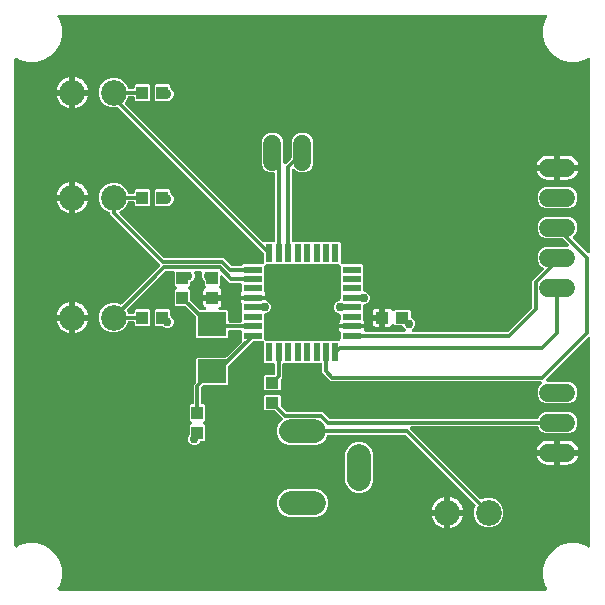
<source format=gbr>
G04 EAGLE Gerber RS-274X export*
G75*
%MOMM*%
%FSLAX34Y34*%
%LPD*%
%INTop Copper*%
%IPPOS*%
%AMOC8*
5,1,8,0,0,1.08239X$1,22.5*%
G01*
%ADD10R,1.100000X1.000000*%
%ADD11R,1.000000X1.100000*%
%ADD12C,2.000000*%
%ADD13C,1.524000*%
%ADD14C,2.184400*%
%ADD15R,1.600000X0.550000*%
%ADD16R,0.550000X1.600000*%
%ADD17R,2.400000X2.000000*%
%ADD18C,0.756400*%
%ADD19C,0.304800*%

G36*
X459951Y10169D02*
X459951Y10169D01*
X460027Y10168D01*
X460124Y10189D01*
X460222Y10201D01*
X460294Y10226D01*
X460368Y10242D01*
X460457Y10285D01*
X460550Y10318D01*
X460614Y10359D01*
X460682Y10392D01*
X460760Y10453D01*
X460843Y10507D01*
X460896Y10562D01*
X460955Y10609D01*
X461017Y10687D01*
X461085Y10758D01*
X461124Y10823D01*
X461171Y10882D01*
X461213Y10972D01*
X461264Y11057D01*
X461287Y11129D01*
X461320Y11198D01*
X461340Y11294D01*
X461370Y11389D01*
X461376Y11464D01*
X461392Y11538D01*
X461390Y11638D01*
X461398Y11736D01*
X461387Y11811D01*
X461386Y11887D01*
X461361Y11983D01*
X461347Y12081D01*
X461319Y12151D01*
X461300Y12225D01*
X461235Y12361D01*
X461218Y12405D01*
X461207Y12420D01*
X461195Y12446D01*
X459554Y15288D01*
X457839Y21688D01*
X457839Y28312D01*
X459554Y34712D01*
X462866Y40449D01*
X467551Y45134D01*
X473288Y48446D01*
X479688Y50161D01*
X486312Y50161D01*
X492712Y48446D01*
X495554Y46805D01*
X495624Y46775D01*
X495689Y46736D01*
X495783Y46706D01*
X495874Y46666D01*
X495949Y46653D01*
X496021Y46630D01*
X496120Y46622D01*
X496217Y46604D01*
X496293Y46608D01*
X496368Y46602D01*
X496466Y46616D01*
X496565Y46621D01*
X496638Y46642D01*
X496713Y46653D01*
X496805Y46690D01*
X496900Y46717D01*
X496966Y46754D01*
X497037Y46782D01*
X497118Y46839D01*
X497205Y46887D01*
X497261Y46938D01*
X497323Y46981D01*
X497389Y47054D01*
X497463Y47121D01*
X497506Y47184D01*
X497556Y47240D01*
X497604Y47327D01*
X497661Y47408D01*
X497688Y47478D01*
X497725Y47545D01*
X497752Y47640D01*
X497788Y47732D01*
X497799Y47807D01*
X497820Y47880D01*
X497832Y48031D01*
X497839Y48077D01*
X497837Y48096D01*
X497839Y48124D01*
X497839Y223150D01*
X497828Y223250D01*
X497826Y223350D01*
X497808Y223423D01*
X497799Y223496D01*
X497766Y223591D01*
X497741Y223688D01*
X497707Y223755D01*
X497682Y223825D01*
X497627Y223909D01*
X497581Y223998D01*
X497533Y224055D01*
X497493Y224117D01*
X497421Y224187D01*
X497356Y224264D01*
X497296Y224308D01*
X497242Y224360D01*
X497156Y224411D01*
X497075Y224471D01*
X497007Y224500D01*
X496943Y224538D01*
X496847Y224569D01*
X496755Y224609D01*
X496682Y224622D01*
X496611Y224645D01*
X496511Y224653D01*
X496412Y224670D01*
X496338Y224667D01*
X496264Y224673D01*
X496164Y224658D01*
X496064Y224653D01*
X495993Y224632D01*
X495919Y224621D01*
X495826Y224584D01*
X495729Y224556D01*
X495664Y224520D01*
X495595Y224492D01*
X495513Y224435D01*
X495425Y224386D01*
X495349Y224321D01*
X495309Y224293D01*
X495285Y224267D01*
X495239Y224227D01*
X460557Y189545D01*
X460494Y189467D01*
X460424Y189394D01*
X460386Y189330D01*
X460340Y189272D01*
X460297Y189181D01*
X460246Y189095D01*
X460223Y189024D01*
X460191Y188957D01*
X460170Y188859D01*
X460139Y188763D01*
X460133Y188689D01*
X460118Y188616D01*
X460119Y188516D01*
X460111Y188416D01*
X460122Y188342D01*
X460124Y188268D01*
X460148Y188171D01*
X460163Y188071D01*
X460191Y188002D01*
X460209Y187930D01*
X460255Y187840D01*
X460292Y187747D01*
X460334Y187686D01*
X460368Y187620D01*
X460434Y187543D01*
X460491Y187461D01*
X460546Y187411D01*
X460594Y187355D01*
X460675Y187295D01*
X460750Y187228D01*
X460815Y187192D01*
X460874Y187147D01*
X460967Y187108D01*
X461055Y187059D01*
X461126Y187039D01*
X461194Y187009D01*
X461293Y186992D01*
X461390Y186964D01*
X461490Y186956D01*
X461537Y186948D01*
X461573Y186950D01*
X461634Y186945D01*
X479339Y186945D01*
X482700Y185552D01*
X485272Y182980D01*
X486665Y179619D01*
X486665Y175981D01*
X485272Y172620D01*
X482700Y170048D01*
X479339Y168655D01*
X460461Y168655D01*
X457100Y170048D01*
X454528Y172620D01*
X453135Y175981D01*
X453135Y179619D01*
X454527Y182980D01*
X456398Y184851D01*
X456461Y184929D01*
X456531Y185002D01*
X456569Y185066D01*
X456615Y185124D01*
X456658Y185215D01*
X456709Y185301D01*
X456732Y185372D01*
X456764Y185439D01*
X456785Y185537D01*
X456816Y185633D01*
X456822Y185707D01*
X456837Y185780D01*
X456836Y185880D01*
X456844Y185980D01*
X456833Y186054D01*
X456831Y186128D01*
X456807Y186225D01*
X456792Y186325D01*
X456764Y186394D01*
X456746Y186466D01*
X456700Y186555D01*
X456663Y186649D01*
X456621Y186710D01*
X456587Y186776D01*
X456522Y186852D01*
X456464Y186935D01*
X456409Y186985D01*
X456361Y187041D01*
X456280Y187101D01*
X456205Y187168D01*
X456140Y187204D01*
X456081Y187249D01*
X455988Y187288D01*
X455900Y187337D01*
X455829Y187357D01*
X455761Y187387D01*
X455662Y187404D01*
X455565Y187432D01*
X455465Y187440D01*
X455417Y187448D01*
X455382Y187446D01*
X455321Y187451D01*
X278137Y187451D01*
X270951Y194637D01*
X270951Y201152D01*
X270948Y201178D01*
X270950Y201204D01*
X270928Y201351D01*
X270911Y201498D01*
X270903Y201523D01*
X270899Y201549D01*
X270844Y201687D01*
X270794Y201826D01*
X270780Y201848D01*
X270770Y201873D01*
X270685Y201994D01*
X270605Y202119D01*
X270586Y202137D01*
X270571Y202159D01*
X270461Y202258D01*
X270354Y202361D01*
X270332Y202375D01*
X270312Y202392D01*
X270182Y202464D01*
X270055Y202540D01*
X270030Y202548D01*
X270007Y202561D01*
X269864Y202601D01*
X269723Y202646D01*
X269697Y202648D01*
X269672Y202656D01*
X269428Y202675D01*
X238572Y202675D01*
X238546Y202672D01*
X238520Y202674D01*
X238373Y202652D01*
X238226Y202635D01*
X238201Y202627D01*
X238175Y202623D01*
X238037Y202568D01*
X237898Y202518D01*
X237876Y202504D01*
X237851Y202494D01*
X237730Y202409D01*
X237605Y202329D01*
X237587Y202310D01*
X237565Y202295D01*
X237466Y202185D01*
X237363Y202078D01*
X237349Y202056D01*
X237332Y202036D01*
X237260Y201906D01*
X237184Y201779D01*
X237176Y201754D01*
X237163Y201731D01*
X237123Y201588D01*
X237078Y201447D01*
X237076Y201421D01*
X237068Y201396D01*
X237049Y201152D01*
X237049Y190437D01*
X236071Y189459D01*
X236003Y189374D01*
X235939Y189307D01*
X235927Y189288D01*
X235908Y189266D01*
X235884Y189224D01*
X235854Y189186D01*
X235809Y189090D01*
X235760Y189008D01*
X235753Y188986D01*
X235739Y188961D01*
X235726Y188915D01*
X235705Y188871D01*
X235683Y188769D01*
X235654Y188676D01*
X235652Y188652D01*
X235644Y188626D01*
X235639Y188565D01*
X235632Y188531D01*
X235633Y188483D01*
X235625Y188382D01*
X235625Y180668D01*
X234732Y179775D01*
X222468Y179775D01*
X221575Y180668D01*
X221575Y191932D01*
X222468Y192825D01*
X229428Y192825D01*
X229454Y192828D01*
X229480Y192826D01*
X229627Y192848D01*
X229774Y192865D01*
X229799Y192873D01*
X229825Y192877D01*
X229963Y192932D01*
X230102Y192982D01*
X230124Y192996D01*
X230149Y193006D01*
X230270Y193091D01*
X230395Y193171D01*
X230413Y193190D01*
X230435Y193205D01*
X230534Y193315D01*
X230637Y193422D01*
X230651Y193444D01*
X230668Y193464D01*
X230740Y193594D01*
X230816Y193721D01*
X230824Y193746D01*
X230837Y193769D01*
X230877Y193912D01*
X230922Y194053D01*
X230924Y194079D01*
X230932Y194104D01*
X230951Y194348D01*
X230951Y201152D01*
X230948Y201178D01*
X230950Y201204D01*
X230928Y201351D01*
X230911Y201498D01*
X230903Y201523D01*
X230899Y201549D01*
X230844Y201687D01*
X230794Y201826D01*
X230780Y201848D01*
X230770Y201873D01*
X230685Y201994D01*
X230605Y202119D01*
X230586Y202137D01*
X230571Y202159D01*
X230461Y202258D01*
X230354Y202361D01*
X230332Y202375D01*
X230312Y202392D01*
X230182Y202464D01*
X230055Y202540D01*
X230030Y202548D01*
X230007Y202561D01*
X229864Y202601D01*
X229723Y202646D01*
X229697Y202648D01*
X229672Y202656D01*
X229428Y202675D01*
X222618Y202675D01*
X221725Y203568D01*
X221725Y220202D01*
X221722Y220228D01*
X221724Y220254D01*
X221702Y220401D01*
X221685Y220548D01*
X221677Y220573D01*
X221673Y220599D01*
X221618Y220737D01*
X221568Y220876D01*
X221554Y220898D01*
X221544Y220923D01*
X221459Y221044D01*
X221379Y221169D01*
X221360Y221187D01*
X221345Y221209D01*
X221235Y221308D01*
X221128Y221411D01*
X221106Y221425D01*
X221086Y221442D01*
X220956Y221514D01*
X220829Y221590D01*
X220804Y221598D01*
X220781Y221611D01*
X220638Y221651D01*
X220497Y221696D01*
X220471Y221698D01*
X220446Y221706D01*
X220202Y221725D01*
X212868Y221725D01*
X212742Y221711D01*
X212616Y221704D01*
X212570Y221691D01*
X212522Y221685D01*
X212403Y221643D01*
X212281Y221608D01*
X212239Y221584D01*
X212193Y221568D01*
X212087Y221499D01*
X211977Y221438D01*
X211931Y221398D01*
X211901Y221379D01*
X211867Y221344D01*
X211791Y221279D01*
X191771Y201259D01*
X191692Y201160D01*
X191608Y201066D01*
X191584Y201024D01*
X191554Y200986D01*
X191500Y200872D01*
X191439Y200761D01*
X191426Y200715D01*
X191405Y200671D01*
X191379Y200548D01*
X191344Y200426D01*
X191339Y200365D01*
X191332Y200331D01*
X191333Y200283D01*
X191325Y200182D01*
X191325Y185268D01*
X190432Y184375D01*
X171218Y184375D01*
X171092Y184361D01*
X170966Y184354D01*
X170920Y184341D01*
X170872Y184335D01*
X170753Y184293D01*
X170631Y184258D01*
X170589Y184234D01*
X170543Y184218D01*
X170437Y184149D01*
X170327Y184088D01*
X170281Y184048D01*
X170251Y184029D01*
X170217Y183994D01*
X170141Y183929D01*
X168595Y182383D01*
X168516Y182284D01*
X168432Y182190D01*
X168408Y182148D01*
X168378Y182110D01*
X168324Y181996D01*
X168263Y181885D01*
X168250Y181839D01*
X168229Y181795D01*
X168203Y181672D01*
X168168Y181550D01*
X168163Y181489D01*
X168156Y181454D01*
X168157Y181406D01*
X168149Y181306D01*
X168149Y169448D01*
X168152Y169422D01*
X168150Y169396D01*
X168172Y169249D01*
X168189Y169102D01*
X168197Y169077D01*
X168201Y169051D01*
X168256Y168913D01*
X168306Y168774D01*
X168320Y168752D01*
X168330Y168727D01*
X168415Y168606D01*
X168495Y168481D01*
X168514Y168463D01*
X168529Y168441D01*
X168639Y168342D01*
X168746Y168239D01*
X168768Y168225D01*
X168788Y168208D01*
X168918Y168136D01*
X169045Y168060D01*
X169070Y168052D01*
X169093Y168039D01*
X169236Y167999D01*
X169377Y167954D01*
X169403Y167952D01*
X169428Y167944D01*
X169672Y167925D01*
X170732Y167925D01*
X171625Y167032D01*
X171625Y154768D01*
X170333Y153477D01*
X170317Y153457D01*
X170297Y153440D01*
X170209Y153320D01*
X170117Y153204D01*
X170106Y153180D01*
X170090Y153159D01*
X170031Y153023D01*
X169968Y152889D01*
X169962Y152863D01*
X169952Y152839D01*
X169926Y152693D01*
X169894Y152548D01*
X169895Y152522D01*
X169890Y152496D01*
X169898Y152348D01*
X169900Y152200D01*
X169907Y152174D01*
X169908Y152148D01*
X169949Y152006D01*
X169985Y151862D01*
X169997Y151839D01*
X170005Y151813D01*
X170077Y151684D01*
X170145Y151552D01*
X170162Y151532D01*
X170175Y151509D01*
X170333Y151323D01*
X171625Y150032D01*
X171625Y137768D01*
X170732Y136875D01*
X168678Y136875D01*
X168602Y136867D01*
X168525Y136868D01*
X168429Y136847D01*
X168332Y136835D01*
X168260Y136810D01*
X168185Y136793D01*
X168096Y136751D01*
X168003Y136718D01*
X167939Y136676D01*
X167870Y136644D01*
X167793Y136582D01*
X167711Y136529D01*
X167658Y136474D01*
X167598Y136426D01*
X167537Y136349D01*
X167468Y136278D01*
X167429Y136213D01*
X167382Y136153D01*
X167314Y136020D01*
X167290Y135979D01*
X167284Y135961D01*
X167270Y135935D01*
X167059Y135424D01*
X165566Y133931D01*
X163616Y133123D01*
X161504Y133123D01*
X159554Y133931D01*
X158061Y135424D01*
X157253Y137374D01*
X157253Y139486D01*
X158061Y141436D01*
X158129Y141504D01*
X158208Y141603D01*
X158292Y141697D01*
X158316Y141739D01*
X158346Y141777D01*
X158400Y141891D01*
X158461Y142002D01*
X158474Y142048D01*
X158495Y142092D01*
X158521Y142215D01*
X158556Y142337D01*
X158561Y142398D01*
X158568Y142433D01*
X158567Y142481D01*
X158575Y142581D01*
X158575Y150032D01*
X159867Y151323D01*
X159883Y151343D01*
X159903Y151360D01*
X159991Y151480D01*
X160083Y151596D01*
X160094Y151620D01*
X160110Y151641D01*
X160169Y151777D01*
X160232Y151911D01*
X160238Y151937D01*
X160248Y151961D01*
X160274Y152107D01*
X160306Y152252D01*
X160305Y152278D01*
X160310Y152304D01*
X160302Y152452D01*
X160300Y152600D01*
X160293Y152626D01*
X160292Y152652D01*
X160251Y152794D01*
X160215Y152938D01*
X160203Y152961D01*
X160195Y152987D01*
X160123Y153116D01*
X160055Y153248D01*
X160038Y153268D01*
X160025Y153291D01*
X159867Y153477D01*
X158575Y154768D01*
X158575Y167032D01*
X159468Y167925D01*
X160528Y167925D01*
X160554Y167928D01*
X160580Y167926D01*
X160727Y167948D01*
X160874Y167965D01*
X160899Y167973D01*
X160925Y167977D01*
X161063Y168032D01*
X161202Y168082D01*
X161224Y168096D01*
X161249Y168106D01*
X161370Y168191D01*
X161495Y168271D01*
X161513Y168290D01*
X161535Y168305D01*
X161634Y168415D01*
X161737Y168522D01*
X161751Y168544D01*
X161768Y168564D01*
X161840Y168694D01*
X161916Y168821D01*
X161924Y168846D01*
X161937Y168869D01*
X161977Y169012D01*
X162022Y169153D01*
X162024Y169179D01*
X162032Y169204D01*
X162051Y169448D01*
X162051Y184463D01*
X163829Y186241D01*
X163908Y186340D01*
X163992Y186434D01*
X164016Y186476D01*
X164046Y186514D01*
X164100Y186628D01*
X164161Y186739D01*
X164174Y186785D01*
X164195Y186829D01*
X164221Y186952D01*
X164256Y187074D01*
X164261Y187135D01*
X164268Y187169D01*
X164267Y187217D01*
X164275Y187318D01*
X164275Y206532D01*
X165168Y207425D01*
X188682Y207425D01*
X188808Y207439D01*
X188934Y207446D01*
X188980Y207459D01*
X189028Y207465D01*
X189147Y207507D01*
X189269Y207542D01*
X189311Y207566D01*
X189357Y207582D01*
X189463Y207651D01*
X189573Y207712D01*
X189619Y207752D01*
X189649Y207771D01*
X189683Y207806D01*
X189759Y207871D01*
X202514Y220626D01*
X202530Y220646D01*
X202550Y220663D01*
X202639Y220783D01*
X202731Y220899D01*
X202742Y220922D01*
X202757Y220943D01*
X202816Y221080D01*
X202880Y221214D01*
X202885Y221239D01*
X202895Y221263D01*
X202922Y221409D01*
X202953Y221554D01*
X202952Y221581D01*
X202957Y221606D01*
X202949Y221755D01*
X202947Y221903D01*
X202941Y221928D01*
X202939Y221955D01*
X202898Y222097D01*
X202862Y222241D01*
X202850Y222264D01*
X202843Y222289D01*
X202770Y222419D01*
X202702Y222551D01*
X202685Y222571D01*
X202675Y222589D01*
X202675Y229428D01*
X202672Y229454D01*
X202674Y229480D01*
X202652Y229627D01*
X202635Y229774D01*
X202627Y229799D01*
X202623Y229825D01*
X202568Y229963D01*
X202518Y230102D01*
X202504Y230124D01*
X202494Y230149D01*
X202409Y230270D01*
X202329Y230395D01*
X202310Y230413D01*
X202295Y230435D01*
X202185Y230534D01*
X202078Y230637D01*
X202056Y230651D01*
X202036Y230668D01*
X201906Y230740D01*
X201779Y230816D01*
X201754Y230824D01*
X201731Y230837D01*
X201588Y230877D01*
X201447Y230922D01*
X201421Y230924D01*
X201396Y230932D01*
X201152Y230951D01*
X192848Y230951D01*
X192822Y230948D01*
X192796Y230950D01*
X192649Y230928D01*
X192502Y230911D01*
X192477Y230903D01*
X192451Y230899D01*
X192313Y230844D01*
X192174Y230794D01*
X192152Y230780D01*
X192127Y230770D01*
X192006Y230685D01*
X191881Y230605D01*
X191863Y230586D01*
X191841Y230571D01*
X191742Y230461D01*
X191639Y230354D01*
X191625Y230332D01*
X191608Y230312D01*
X191536Y230182D01*
X191460Y230055D01*
X191452Y230030D01*
X191439Y230007D01*
X191399Y229864D01*
X191354Y229723D01*
X191352Y229697D01*
X191344Y229672D01*
X191325Y229428D01*
X191325Y225268D01*
X190432Y224375D01*
X165168Y224375D01*
X164275Y225268D01*
X164275Y241382D01*
X164261Y241508D01*
X164254Y241634D01*
X164241Y241680D01*
X164235Y241728D01*
X164193Y241847D01*
X164158Y241969D01*
X164134Y242011D01*
X164118Y242057D01*
X164049Y242163D01*
X163988Y242273D01*
X163948Y242319D01*
X163929Y242349D01*
X163894Y242383D01*
X163829Y242459D01*
X155559Y250729D01*
X155460Y250808D01*
X155366Y250892D01*
X155324Y250916D01*
X155286Y250946D01*
X155172Y251000D01*
X155061Y251061D01*
X155015Y251074D01*
X154971Y251095D01*
X154848Y251121D01*
X154726Y251156D01*
X154665Y251161D01*
X154631Y251168D01*
X154583Y251167D01*
X154482Y251175D01*
X146768Y251175D01*
X145875Y252068D01*
X145875Y264332D01*
X147167Y265623D01*
X147183Y265643D01*
X147203Y265660D01*
X147291Y265780D01*
X147383Y265896D01*
X147394Y265920D01*
X147410Y265941D01*
X147469Y266077D01*
X147532Y266211D01*
X147538Y266237D01*
X147548Y266261D01*
X147574Y266407D01*
X147606Y266552D01*
X147605Y266578D01*
X147610Y266604D01*
X147602Y266751D01*
X147600Y266900D01*
X147593Y266926D01*
X147592Y266952D01*
X147551Y267094D01*
X147515Y267238D01*
X147503Y267261D01*
X147495Y267287D01*
X147423Y267416D01*
X147355Y267548D01*
X147338Y267568D01*
X147325Y267591D01*
X147167Y267777D01*
X145875Y269068D01*
X145875Y279176D01*
X145872Y279202D01*
X145874Y279228D01*
X145852Y279375D01*
X145835Y279522D01*
X145827Y279547D01*
X145823Y279573D01*
X145768Y279711D01*
X145718Y279850D01*
X145704Y279872D01*
X145694Y279897D01*
X145609Y280018D01*
X145529Y280143D01*
X145510Y280161D01*
X145495Y280183D01*
X145385Y280282D01*
X145278Y280385D01*
X145256Y280399D01*
X145236Y280416D01*
X145106Y280488D01*
X144979Y280564D01*
X144954Y280572D01*
X144931Y280585D01*
X144788Y280625D01*
X144647Y280670D01*
X144621Y280672D01*
X144596Y280680D01*
X144352Y280699D01*
X138542Y280699D01*
X138416Y280685D01*
X138290Y280678D01*
X138244Y280665D01*
X138196Y280659D01*
X138077Y280617D01*
X137955Y280582D01*
X137913Y280558D01*
X137867Y280542D01*
X137761Y280473D01*
X137651Y280412D01*
X137605Y280372D01*
X137575Y280353D01*
X137541Y280318D01*
X137465Y280253D01*
X105709Y248497D01*
X105661Y248437D01*
X105606Y248384D01*
X105553Y248301D01*
X105492Y248224D01*
X105460Y248155D01*
X105418Y248091D01*
X105385Y247998D01*
X105343Y247909D01*
X105327Y247835D01*
X105302Y247762D01*
X105291Y247664D01*
X105270Y247568D01*
X105271Y247492D01*
X105263Y247416D01*
X105274Y247318D01*
X105276Y247220D01*
X105295Y247146D01*
X105303Y247070D01*
X105349Y246928D01*
X105361Y246882D01*
X105370Y246865D01*
X105379Y246837D01*
X106020Y245289D01*
X106057Y245222D01*
X106085Y245151D01*
X106141Y245071D01*
X106189Y244984D01*
X106241Y244928D01*
X106284Y244865D01*
X106357Y244799D01*
X106423Y244726D01*
X106486Y244683D01*
X106543Y244632D01*
X106629Y244584D01*
X106710Y244528D01*
X106781Y244500D01*
X106848Y244463D01*
X106943Y244436D01*
X107034Y244400D01*
X107110Y244389D01*
X107183Y244368D01*
X107332Y244356D01*
X107379Y244349D01*
X107398Y244351D01*
X107427Y244349D01*
X110452Y244349D01*
X110478Y244352D01*
X110504Y244350D01*
X110651Y244372D01*
X110798Y244389D01*
X110823Y244397D01*
X110849Y244401D01*
X110987Y244456D01*
X111126Y244506D01*
X111148Y244520D01*
X111173Y244530D01*
X111294Y244615D01*
X111419Y244695D01*
X111437Y244714D01*
X111459Y244729D01*
X111558Y244839D01*
X111661Y244946D01*
X111675Y244968D01*
X111692Y244988D01*
X111764Y245118D01*
X111840Y245245D01*
X111848Y245270D01*
X111861Y245293D01*
X111901Y245436D01*
X111946Y245577D01*
X111948Y245603D01*
X111956Y245628D01*
X111975Y245872D01*
X111975Y247432D01*
X112868Y248325D01*
X124132Y248325D01*
X125025Y247432D01*
X125025Y235168D01*
X124132Y234275D01*
X112868Y234275D01*
X111975Y235168D01*
X111975Y236728D01*
X111972Y236754D01*
X111974Y236780D01*
X111952Y236927D01*
X111935Y237074D01*
X111927Y237099D01*
X111923Y237125D01*
X111868Y237263D01*
X111818Y237402D01*
X111804Y237424D01*
X111794Y237449D01*
X111709Y237570D01*
X111629Y237695D01*
X111610Y237713D01*
X111595Y237735D01*
X111485Y237834D01*
X111378Y237937D01*
X111356Y237951D01*
X111336Y237968D01*
X111206Y238040D01*
X111079Y238116D01*
X111054Y238124D01*
X111031Y238137D01*
X110888Y238177D01*
X110747Y238222D01*
X110721Y238224D01*
X110696Y238232D01*
X110452Y238251D01*
X107427Y238251D01*
X107351Y238243D01*
X107275Y238244D01*
X107179Y238223D01*
X107081Y238211D01*
X107009Y238186D01*
X106934Y238169D01*
X106846Y238127D01*
X106753Y238094D01*
X106689Y238052D01*
X106620Y238020D01*
X106543Y237958D01*
X106460Y237905D01*
X106407Y237850D01*
X106347Y237802D01*
X106286Y237725D01*
X106218Y237654D01*
X106179Y237589D01*
X106131Y237529D01*
X106063Y237396D01*
X106039Y237355D01*
X106033Y237337D01*
X106020Y237311D01*
X104752Y234249D01*
X101251Y230748D01*
X96676Y228853D01*
X91724Y228853D01*
X87149Y230748D01*
X83648Y234249D01*
X81753Y238824D01*
X81753Y243776D01*
X83648Y248351D01*
X87149Y251852D01*
X91724Y253747D01*
X96676Y253747D01*
X99737Y252479D01*
X99811Y252458D01*
X99881Y252427D01*
X99978Y252410D01*
X100072Y252383D01*
X100149Y252379D01*
X100224Y252366D01*
X100322Y252371D01*
X100420Y252366D01*
X100496Y252380D01*
X100572Y252384D01*
X100666Y252411D01*
X100763Y252429D01*
X100833Y252459D01*
X100907Y252480D01*
X100993Y252528D01*
X101083Y252567D01*
X101144Y252613D01*
X101211Y252650D01*
X101325Y252747D01*
X101363Y252775D01*
X101375Y252790D01*
X101397Y252809D01*
X133261Y284673D01*
X133278Y284693D01*
X133298Y284710D01*
X133386Y284830D01*
X133478Y284946D01*
X133489Y284970D01*
X133505Y284991D01*
X133563Y285127D01*
X133627Y285261D01*
X133632Y285287D01*
X133643Y285311D01*
X133669Y285457D01*
X133700Y285602D01*
X133700Y285628D01*
X133704Y285654D01*
X133697Y285802D01*
X133694Y285950D01*
X133688Y285976D01*
X133687Y286002D01*
X133646Y286144D01*
X133609Y286288D01*
X133597Y286312D01*
X133590Y286337D01*
X133518Y286466D01*
X133450Y286598D01*
X133433Y286618D01*
X133420Y286641D01*
X133261Y286827D01*
X132585Y287503D01*
X91151Y328937D01*
X91151Y329673D01*
X91143Y329749D01*
X91144Y329825D01*
X91123Y329921D01*
X91111Y330019D01*
X91086Y330091D01*
X91069Y330166D01*
X91027Y330254D01*
X90994Y330347D01*
X90952Y330411D01*
X90920Y330480D01*
X90858Y330557D01*
X90805Y330640D01*
X90750Y330693D01*
X90702Y330753D01*
X90625Y330814D01*
X90554Y330882D01*
X90489Y330921D01*
X90429Y330969D01*
X90296Y331037D01*
X90255Y331061D01*
X90237Y331067D01*
X90211Y331080D01*
X87149Y332348D01*
X83648Y335849D01*
X81753Y340424D01*
X81753Y345376D01*
X83648Y349951D01*
X87149Y353452D01*
X91724Y355347D01*
X96676Y355347D01*
X101251Y353452D01*
X104752Y349951D01*
X106020Y346889D01*
X106057Y346822D01*
X106085Y346751D01*
X106141Y346670D01*
X106189Y346584D01*
X106241Y346528D01*
X106284Y346465D01*
X106357Y346399D01*
X106423Y346326D01*
X106486Y346283D01*
X106543Y346232D01*
X106629Y346184D01*
X106710Y346128D01*
X106781Y346100D01*
X106848Y346063D01*
X106943Y346036D01*
X107034Y346000D01*
X107110Y345989D01*
X107183Y345968D01*
X107332Y345956D01*
X107379Y345949D01*
X107398Y345951D01*
X107427Y345949D01*
X110452Y345949D01*
X110478Y345952D01*
X110504Y345950D01*
X110651Y345972D01*
X110798Y345989D01*
X110823Y345997D01*
X110849Y346001D01*
X110987Y346056D01*
X111126Y346106D01*
X111148Y346120D01*
X111173Y346130D01*
X111294Y346215D01*
X111419Y346295D01*
X111437Y346314D01*
X111459Y346329D01*
X111558Y346439D01*
X111661Y346546D01*
X111675Y346568D01*
X111692Y346588D01*
X111764Y346718D01*
X111840Y346845D01*
X111848Y346870D01*
X111861Y346893D01*
X111901Y347036D01*
X111946Y347177D01*
X111948Y347203D01*
X111956Y347228D01*
X111975Y347472D01*
X111975Y349032D01*
X112868Y349925D01*
X124132Y349925D01*
X125025Y349032D01*
X125025Y336768D01*
X124132Y335875D01*
X112868Y335875D01*
X111975Y336768D01*
X111975Y338328D01*
X111972Y338354D01*
X111974Y338380D01*
X111952Y338527D01*
X111935Y338674D01*
X111927Y338699D01*
X111923Y338725D01*
X111868Y338863D01*
X111818Y339002D01*
X111804Y339024D01*
X111794Y339049D01*
X111709Y339170D01*
X111629Y339295D01*
X111610Y339313D01*
X111595Y339335D01*
X111485Y339434D01*
X111378Y339537D01*
X111356Y339551D01*
X111336Y339568D01*
X111206Y339640D01*
X111079Y339716D01*
X111054Y339724D01*
X111031Y339737D01*
X110888Y339777D01*
X110747Y339822D01*
X110721Y339824D01*
X110696Y339832D01*
X110452Y339851D01*
X107427Y339851D01*
X107351Y339843D01*
X107275Y339844D01*
X107179Y339823D01*
X107081Y339811D01*
X107009Y339786D01*
X106934Y339769D01*
X106846Y339727D01*
X106753Y339694D01*
X106689Y339652D01*
X106620Y339620D01*
X106543Y339558D01*
X106460Y339505D01*
X106407Y339450D01*
X106347Y339402D01*
X106286Y339325D01*
X106218Y339254D01*
X106179Y339189D01*
X106131Y339129D01*
X106063Y338996D01*
X106039Y338955D01*
X106033Y338937D01*
X106020Y338911D01*
X104752Y335849D01*
X101251Y332348D01*
X99901Y331789D01*
X99770Y331716D01*
X99636Y331647D01*
X99617Y331632D01*
X99596Y331620D01*
X99485Y331519D01*
X99370Y331421D01*
X99356Y331402D01*
X99338Y331386D01*
X99253Y331262D01*
X99163Y331141D01*
X99154Y331119D01*
X99140Y331099D01*
X99085Y330959D01*
X99025Y330821D01*
X99021Y330797D01*
X99012Y330775D01*
X98990Y330626D01*
X98964Y330478D01*
X98965Y330454D01*
X98961Y330430D01*
X98974Y330280D01*
X98982Y330130D01*
X98988Y330107D01*
X98990Y330083D01*
X99037Y329940D01*
X99078Y329795D01*
X99090Y329774D01*
X99097Y329751D01*
X99175Y329622D01*
X99248Y329491D01*
X99267Y329469D01*
X99277Y329452D01*
X99310Y329418D01*
X99407Y329305D01*
X136897Y291815D01*
X136996Y291736D01*
X137090Y291652D01*
X137132Y291628D01*
X137170Y291598D01*
X137284Y291544D01*
X137395Y291483D01*
X137441Y291470D01*
X137485Y291449D01*
X137608Y291423D01*
X137730Y291388D01*
X137791Y291383D01*
X137826Y291376D01*
X137874Y291377D01*
X137974Y291369D01*
X187219Y291369D01*
X193093Y285495D01*
X193192Y285416D01*
X193286Y285332D01*
X193328Y285308D01*
X193366Y285278D01*
X193480Y285224D01*
X193591Y285163D01*
X193637Y285150D01*
X193681Y285129D01*
X193804Y285103D01*
X193926Y285068D01*
X193987Y285063D01*
X194022Y285056D01*
X194070Y285057D01*
X194170Y285049D01*
X201711Y285049D01*
X201837Y285063D01*
X201963Y285070D01*
X202010Y285083D01*
X202058Y285089D01*
X202177Y285131D01*
X202298Y285166D01*
X202340Y285190D01*
X202386Y285206D01*
X202492Y285275D01*
X202602Y285336D01*
X202649Y285376D01*
X202679Y285395D01*
X202712Y285430D01*
X202789Y285495D01*
X203568Y286275D01*
X220202Y286275D01*
X220228Y286278D01*
X220254Y286276D01*
X220401Y286298D01*
X220548Y286315D01*
X220573Y286323D01*
X220599Y286327D01*
X220737Y286382D01*
X220876Y286432D01*
X220898Y286446D01*
X220923Y286456D01*
X221044Y286541D01*
X221169Y286621D01*
X221187Y286640D01*
X221209Y286655D01*
X221308Y286765D01*
X221411Y286872D01*
X221425Y286894D01*
X221442Y286914D01*
X221514Y287044D01*
X221590Y287171D01*
X221598Y287196D01*
X221611Y287219D01*
X221651Y287362D01*
X221696Y287503D01*
X221698Y287529D01*
X221706Y287554D01*
X221725Y287798D01*
X221725Y295132D01*
X221711Y295258D01*
X221704Y295384D01*
X221691Y295430D01*
X221685Y295478D01*
X221643Y295597D01*
X221608Y295719D01*
X221584Y295761D01*
X221568Y295807D01*
X221499Y295913D01*
X221438Y296023D01*
X221398Y296069D01*
X221379Y296099D01*
X221344Y296133D01*
X221279Y296209D01*
X98427Y419061D01*
X98368Y419109D01*
X98314Y419163D01*
X98231Y419216D01*
X98154Y419278D01*
X98085Y419310D01*
X98021Y419352D01*
X97928Y419385D01*
X97839Y419427D01*
X97765Y419443D01*
X97693Y419468D01*
X97595Y419479D01*
X97499Y419500D01*
X97422Y419499D01*
X97346Y419507D01*
X97248Y419496D01*
X97150Y419494D01*
X97076Y419475D01*
X97000Y419466D01*
X96858Y419421D01*
X96812Y419409D01*
X96795Y419400D01*
X96767Y419391D01*
X96676Y419353D01*
X91724Y419353D01*
X87149Y421248D01*
X83648Y424749D01*
X81753Y429324D01*
X81753Y434276D01*
X83648Y438851D01*
X87149Y442352D01*
X91724Y444247D01*
X96676Y444247D01*
X101251Y442352D01*
X104752Y438851D01*
X106020Y435789D01*
X106057Y435722D01*
X106085Y435651D01*
X106141Y435570D01*
X106189Y435484D01*
X106241Y435428D01*
X106284Y435365D01*
X106357Y435299D01*
X106423Y435226D01*
X106486Y435183D01*
X106543Y435132D01*
X106629Y435084D01*
X106710Y435028D01*
X106781Y435000D01*
X106848Y434963D01*
X106943Y434936D01*
X107034Y434900D01*
X107110Y434889D01*
X107183Y434868D01*
X107332Y434856D01*
X107379Y434849D01*
X107398Y434851D01*
X107427Y434849D01*
X110452Y434849D01*
X110478Y434852D01*
X110504Y434850D01*
X110651Y434872D01*
X110798Y434889D01*
X110823Y434897D01*
X110849Y434901D01*
X110987Y434956D01*
X111126Y435006D01*
X111148Y435020D01*
X111173Y435030D01*
X111294Y435115D01*
X111419Y435195D01*
X111437Y435214D01*
X111459Y435229D01*
X111558Y435339D01*
X111661Y435446D01*
X111675Y435468D01*
X111692Y435488D01*
X111764Y435618D01*
X111840Y435745D01*
X111848Y435770D01*
X111861Y435793D01*
X111901Y435936D01*
X111946Y436077D01*
X111948Y436103D01*
X111956Y436128D01*
X111975Y436372D01*
X111975Y437932D01*
X112868Y438825D01*
X124132Y438825D01*
X125025Y437932D01*
X125025Y425668D01*
X124132Y424775D01*
X112868Y424775D01*
X111975Y425668D01*
X111975Y427228D01*
X111972Y427254D01*
X111974Y427280D01*
X111952Y427427D01*
X111935Y427574D01*
X111927Y427599D01*
X111923Y427625D01*
X111868Y427763D01*
X111818Y427902D01*
X111804Y427924D01*
X111794Y427949D01*
X111709Y428070D01*
X111629Y428195D01*
X111610Y428213D01*
X111595Y428235D01*
X111485Y428334D01*
X111378Y428437D01*
X111356Y428451D01*
X111336Y428468D01*
X111206Y428540D01*
X111079Y428616D01*
X111054Y428624D01*
X111031Y428637D01*
X110888Y428677D01*
X110747Y428722D01*
X110721Y428724D01*
X110696Y428732D01*
X110452Y428751D01*
X107427Y428751D01*
X107351Y428743D01*
X107275Y428744D01*
X107179Y428723D01*
X107081Y428711D01*
X107009Y428686D01*
X106934Y428669D01*
X106846Y428627D01*
X106753Y428594D01*
X106689Y428552D01*
X106620Y428520D01*
X106543Y428458D01*
X106460Y428405D01*
X106407Y428350D01*
X106347Y428302D01*
X106286Y428225D01*
X106218Y428154D01*
X106179Y428089D01*
X106131Y428029D01*
X106063Y427896D01*
X106039Y427855D01*
X106033Y427837D01*
X106020Y427811D01*
X104752Y424749D01*
X104134Y424132D01*
X104118Y424111D01*
X104098Y424094D01*
X104009Y423975D01*
X103917Y423859D01*
X103906Y423835D01*
X103891Y423814D01*
X103832Y423678D01*
X103769Y423544D01*
X103763Y423518D01*
X103753Y423494D01*
X103726Y423348D01*
X103695Y423203D01*
X103696Y423177D01*
X103691Y423151D01*
X103699Y423002D01*
X103701Y422854D01*
X103708Y422829D01*
X103709Y422803D01*
X103750Y422660D01*
X103786Y422516D01*
X103798Y422493D01*
X103805Y422468D01*
X103878Y422339D01*
X103946Y422207D01*
X103963Y422187D01*
X103976Y422164D01*
X104134Y421978D01*
X220626Y305486D01*
X220646Y305470D01*
X220663Y305450D01*
X220783Y305361D01*
X220899Y305269D01*
X220922Y305258D01*
X220943Y305243D01*
X221080Y305184D01*
X221214Y305120D01*
X221239Y305115D01*
X221263Y305105D01*
X221410Y305078D01*
X221554Y305047D01*
X221581Y305048D01*
X221606Y305043D01*
X221755Y305051D01*
X221903Y305053D01*
X221928Y305059D01*
X221955Y305061D01*
X222097Y305102D01*
X222241Y305138D01*
X222264Y305150D01*
X222289Y305157D01*
X222419Y305230D01*
X222551Y305298D01*
X222571Y305315D01*
X222589Y305325D01*
X229428Y305325D01*
X229454Y305328D01*
X229480Y305326D01*
X229627Y305348D01*
X229774Y305365D01*
X229799Y305373D01*
X229825Y305377D01*
X229963Y305432D01*
X230102Y305482D01*
X230124Y305496D01*
X230149Y305506D01*
X230270Y305591D01*
X230395Y305671D01*
X230413Y305690D01*
X230435Y305705D01*
X230534Y305815D01*
X230637Y305922D01*
X230651Y305944D01*
X230668Y305964D01*
X230740Y306094D01*
X230816Y306221D01*
X230824Y306246D01*
X230837Y306269D01*
X230877Y306412D01*
X230922Y306553D01*
X230924Y306579D01*
X230932Y306604D01*
X230951Y306848D01*
X230951Y362712D01*
X230948Y362738D01*
X230950Y362764D01*
X230928Y362911D01*
X230911Y363058D01*
X230903Y363083D01*
X230899Y363109D01*
X230844Y363247D01*
X230794Y363386D01*
X230780Y363408D01*
X230770Y363433D01*
X230685Y363554D01*
X230605Y363679D01*
X230586Y363697D01*
X230571Y363719D01*
X230461Y363818D01*
X230354Y363921D01*
X230332Y363935D01*
X230312Y363952D01*
X230182Y364024D01*
X230055Y364100D01*
X230030Y364108D01*
X230007Y364121D01*
X229864Y364161D01*
X229723Y364206D01*
X229697Y364208D01*
X229672Y364216D01*
X229428Y364235D01*
X226781Y364235D01*
X223420Y365628D01*
X220848Y368200D01*
X219455Y371561D01*
X219455Y390439D01*
X220848Y393800D01*
X223420Y396372D01*
X226781Y397765D01*
X230419Y397765D01*
X233780Y396372D01*
X236352Y393800D01*
X237745Y390439D01*
X237745Y372734D01*
X237756Y372634D01*
X237758Y372534D01*
X237776Y372461D01*
X237785Y372388D01*
X237818Y372293D01*
X237843Y372196D01*
X237877Y372129D01*
X237902Y372059D01*
X237957Y371975D01*
X238003Y371886D01*
X238051Y371829D01*
X238091Y371767D01*
X238163Y371697D01*
X238228Y371620D01*
X238288Y371576D01*
X238342Y371524D01*
X238428Y371473D01*
X238509Y371413D01*
X238577Y371384D01*
X238641Y371346D01*
X238737Y371315D01*
X238829Y371275D01*
X238902Y371262D01*
X238973Y371239D01*
X239073Y371231D01*
X239172Y371214D01*
X239246Y371217D01*
X239320Y371211D01*
X239420Y371226D01*
X239520Y371231D01*
X239591Y371252D01*
X239665Y371263D01*
X239758Y371300D01*
X239855Y371328D01*
X239920Y371364D01*
X239989Y371392D01*
X240071Y371449D01*
X240159Y371498D01*
X240235Y371563D01*
X240275Y371591D01*
X240299Y371617D01*
X240345Y371657D01*
X244409Y375721D01*
X244488Y375820D01*
X244572Y375914D01*
X244596Y375956D01*
X244626Y375994D01*
X244680Y376108D01*
X244741Y376219D01*
X244754Y376265D01*
X244775Y376309D01*
X244801Y376432D01*
X244836Y376554D01*
X244841Y376615D01*
X244848Y376650D01*
X244847Y376698D01*
X244855Y376798D01*
X244855Y390439D01*
X246248Y393800D01*
X248820Y396372D01*
X252181Y397765D01*
X255819Y397765D01*
X259180Y396372D01*
X261752Y393800D01*
X263145Y390439D01*
X263145Y371561D01*
X261752Y368200D01*
X259180Y365628D01*
X255819Y364235D01*
X252181Y364235D01*
X248820Y365627D01*
X247649Y366798D01*
X247570Y366861D01*
X247498Y366931D01*
X247434Y366969D01*
X247376Y367015D01*
X247285Y367058D01*
X247199Y367109D01*
X247128Y367132D01*
X247061Y367164D01*
X246963Y367185D01*
X246867Y367216D01*
X246793Y367222D01*
X246720Y367237D01*
X246620Y367236D01*
X246520Y367244D01*
X246446Y367233D01*
X246372Y367231D01*
X246275Y367207D01*
X246175Y367192D01*
X246106Y367164D01*
X246034Y367146D01*
X245945Y367100D01*
X245851Y367063D01*
X245790Y367021D01*
X245724Y366987D01*
X245648Y366922D01*
X245565Y366864D01*
X245515Y366809D01*
X245459Y366761D01*
X245399Y366680D01*
X245332Y366605D01*
X245296Y366540D01*
X245251Y366481D01*
X245212Y366388D01*
X245163Y366300D01*
X245143Y366229D01*
X245113Y366161D01*
X245096Y366062D01*
X245068Y365965D01*
X245060Y365865D01*
X245052Y365818D01*
X245054Y365782D01*
X245049Y365721D01*
X245049Y306848D01*
X245052Y306822D01*
X245050Y306796D01*
X245072Y306649D01*
X245089Y306502D01*
X245097Y306477D01*
X245101Y306451D01*
X245156Y306313D01*
X245206Y306174D01*
X245220Y306152D01*
X245230Y306127D01*
X245315Y306006D01*
X245395Y305881D01*
X245414Y305863D01*
X245429Y305841D01*
X245539Y305742D01*
X245646Y305639D01*
X245668Y305625D01*
X245688Y305608D01*
X245818Y305536D01*
X245945Y305460D01*
X245970Y305452D01*
X245993Y305439D01*
X246136Y305399D01*
X246277Y305354D01*
X246303Y305352D01*
X246328Y305344D01*
X246572Y305325D01*
X285382Y305325D01*
X286275Y304432D01*
X286275Y287798D01*
X286278Y287772D01*
X286276Y287746D01*
X286298Y287599D01*
X286315Y287452D01*
X286323Y287427D01*
X286327Y287401D01*
X286382Y287263D01*
X286432Y287124D01*
X286446Y287102D01*
X286456Y287077D01*
X286541Y286956D01*
X286621Y286831D01*
X286640Y286813D01*
X286655Y286791D01*
X286765Y286692D01*
X286872Y286589D01*
X286894Y286575D01*
X286914Y286558D01*
X287044Y286486D01*
X287171Y286410D01*
X287196Y286402D01*
X287219Y286389D01*
X287362Y286349D01*
X287503Y286304D01*
X287529Y286302D01*
X287554Y286294D01*
X287798Y286275D01*
X304432Y286275D01*
X305325Y285382D01*
X305325Y264640D01*
X305328Y264614D01*
X305326Y264588D01*
X305348Y264441D01*
X305365Y264294D01*
X305373Y264269D01*
X305377Y264243D01*
X305432Y264105D01*
X305482Y263966D01*
X305496Y263944D01*
X305506Y263919D01*
X305591Y263798D01*
X305671Y263673D01*
X305690Y263655D01*
X305705Y263633D01*
X305815Y263534D01*
X305922Y263431D01*
X305944Y263417D01*
X305964Y263400D01*
X306094Y263328D01*
X306221Y263252D01*
X306246Y263244D01*
X306269Y263231D01*
X306412Y263191D01*
X306553Y263146D01*
X306579Y263144D01*
X306604Y263136D01*
X306848Y263117D01*
X307126Y263117D01*
X309076Y262309D01*
X310569Y260816D01*
X311377Y258866D01*
X311377Y256754D01*
X310569Y254804D01*
X309076Y253311D01*
X307126Y252503D01*
X306848Y252503D01*
X306822Y252500D01*
X306796Y252502D01*
X306649Y252480D01*
X306502Y252463D01*
X306477Y252455D01*
X306451Y252451D01*
X306313Y252396D01*
X306174Y252346D01*
X306152Y252332D01*
X306127Y252322D01*
X306006Y252237D01*
X305881Y252157D01*
X305863Y252138D01*
X305841Y252123D01*
X305742Y252013D01*
X305639Y251906D01*
X305625Y251884D01*
X305608Y251864D01*
X305536Y251734D01*
X305460Y251607D01*
X305452Y251582D01*
X305439Y251559D01*
X305399Y251416D01*
X305354Y251275D01*
X305352Y251249D01*
X305344Y251224D01*
X305325Y250980D01*
X305325Y239449D01*
X305339Y239324D01*
X305346Y239198D01*
X305359Y239151D01*
X305365Y239103D01*
X305407Y238984D01*
X305442Y238863D01*
X305466Y238821D01*
X305482Y238775D01*
X305551Y238669D01*
X305612Y238559D01*
X305652Y238512D01*
X305671Y238482D01*
X305706Y238449D01*
X305771Y238372D01*
X305833Y238310D01*
X306168Y237731D01*
X306341Y237085D01*
X306341Y235523D01*
X295800Y235523D01*
X285259Y235523D01*
X285259Y237085D01*
X285432Y237731D01*
X285767Y238310D01*
X285829Y238372D01*
X285908Y238471D01*
X285992Y238565D01*
X286016Y238607D01*
X286046Y238645D01*
X286100Y238759D01*
X286161Y238870D01*
X286174Y238917D01*
X286195Y238960D01*
X286221Y239083D01*
X286256Y239206D01*
X286261Y239266D01*
X286268Y239301D01*
X286267Y239349D01*
X286275Y239449D01*
X286275Y243360D01*
X286272Y243386D01*
X286274Y243412D01*
X286252Y243559D01*
X286235Y243706D01*
X286227Y243731D01*
X286223Y243757D01*
X286168Y243895D01*
X286118Y244034D01*
X286104Y244056D01*
X286094Y244081D01*
X286009Y244202D01*
X285929Y244327D01*
X285910Y244345D01*
X285895Y244367D01*
X285785Y244466D01*
X285678Y244569D01*
X285656Y244583D01*
X285636Y244600D01*
X285506Y244672D01*
X285379Y244748D01*
X285354Y244756D01*
X285331Y244769D01*
X285188Y244809D01*
X285047Y244854D01*
X285021Y244856D01*
X284996Y244864D01*
X284752Y244883D01*
X284694Y244883D01*
X282744Y245691D01*
X281251Y247184D01*
X280443Y249134D01*
X280443Y251246D01*
X281251Y253196D01*
X282744Y254689D01*
X284694Y255497D01*
X284752Y255497D01*
X284778Y255500D01*
X284804Y255498D01*
X284951Y255520D01*
X285098Y255537D01*
X285123Y255545D01*
X285149Y255549D01*
X285287Y255604D01*
X285426Y255654D01*
X285448Y255668D01*
X285473Y255678D01*
X285594Y255763D01*
X285719Y255843D01*
X285737Y255862D01*
X285759Y255877D01*
X285858Y255987D01*
X285961Y256094D01*
X285975Y256116D01*
X285992Y256136D01*
X286064Y256266D01*
X286140Y256393D01*
X286148Y256418D01*
X286161Y256441D01*
X286201Y256584D01*
X286246Y256725D01*
X286248Y256751D01*
X286256Y256776D01*
X286275Y257020D01*
X286275Y284752D01*
X286272Y284778D01*
X286274Y284804D01*
X286252Y284951D01*
X286235Y285098D01*
X286227Y285123D01*
X286223Y285149D01*
X286168Y285287D01*
X286118Y285426D01*
X286104Y285448D01*
X286094Y285473D01*
X286009Y285594D01*
X285929Y285719D01*
X285910Y285737D01*
X285895Y285759D01*
X285785Y285858D01*
X285678Y285961D01*
X285656Y285975D01*
X285636Y285992D01*
X285506Y286064D01*
X285379Y286140D01*
X285354Y286148D01*
X285331Y286161D01*
X285188Y286201D01*
X285047Y286246D01*
X285021Y286248D01*
X284996Y286256D01*
X284752Y286275D01*
X223248Y286275D01*
X223222Y286272D01*
X223196Y286274D01*
X223049Y286252D01*
X222902Y286235D01*
X222877Y286227D01*
X222851Y286223D01*
X222713Y286168D01*
X222574Y286118D01*
X222552Y286104D01*
X222527Y286094D01*
X222406Y286009D01*
X222281Y285929D01*
X222263Y285910D01*
X222241Y285895D01*
X222142Y285785D01*
X222039Y285678D01*
X222025Y285656D01*
X222008Y285636D01*
X221936Y285506D01*
X221860Y285379D01*
X221852Y285354D01*
X221839Y285331D01*
X221799Y285188D01*
X221754Y285047D01*
X221752Y285021D01*
X221744Y284996D01*
X221725Y284752D01*
X221725Y263449D01*
X221739Y263324D01*
X221746Y263197D01*
X221759Y263151D01*
X221765Y263103D01*
X221807Y262984D01*
X221842Y262863D01*
X221866Y262820D01*
X221882Y262775D01*
X221951Y262669D01*
X222012Y262558D01*
X222052Y262512D01*
X222071Y262482D01*
X222106Y262449D01*
X222171Y262372D01*
X222233Y262310D01*
X222568Y261731D01*
X222741Y261085D01*
X222741Y259523D01*
X212200Y259523D01*
X201659Y259523D01*
X201659Y261085D01*
X201832Y261731D01*
X202167Y262310D01*
X202229Y262372D01*
X202308Y262471D01*
X202392Y262565D01*
X202416Y262607D01*
X202446Y262645D01*
X202500Y262759D01*
X202561Y262870D01*
X202574Y262917D01*
X202595Y262960D01*
X202621Y263084D01*
X202656Y263206D01*
X202661Y263266D01*
X202668Y263301D01*
X202667Y263349D01*
X202675Y263449D01*
X202675Y269428D01*
X202672Y269454D01*
X202674Y269480D01*
X202652Y269627D01*
X202635Y269774D01*
X202627Y269799D01*
X202623Y269825D01*
X202568Y269963D01*
X202518Y270102D01*
X202504Y270124D01*
X202494Y270149D01*
X202409Y270270D01*
X202329Y270395D01*
X202310Y270413D01*
X202295Y270435D01*
X202185Y270534D01*
X202078Y270637D01*
X202056Y270651D01*
X202036Y270668D01*
X201906Y270740D01*
X201779Y270816D01*
X201754Y270824D01*
X201731Y270837D01*
X201588Y270877D01*
X201447Y270922D01*
X201421Y270924D01*
X201396Y270932D01*
X201152Y270951D01*
X192548Y270951D01*
X186925Y276574D01*
X186847Y276636D01*
X186774Y276706D01*
X186710Y276744D01*
X186652Y276790D01*
X186561Y276833D01*
X186475Y276885D01*
X186404Y276908D01*
X186337Y276939D01*
X186239Y276961D01*
X186143Y276991D01*
X186069Y276997D01*
X185996Y277013D01*
X185896Y277011D01*
X185796Y277019D01*
X185722Y277008D01*
X185648Y277007D01*
X185551Y276982D01*
X185451Y276967D01*
X185382Y276940D01*
X185310Y276922D01*
X185220Y276876D01*
X185127Y276839D01*
X185066Y276796D01*
X185000Y276762D01*
X184923Y276697D01*
X184841Y276640D01*
X184791Y276585D01*
X184735Y276536D01*
X184675Y276456D01*
X184608Y276381D01*
X184572Y276316D01*
X184527Y276256D01*
X184488Y276164D01*
X184439Y276076D01*
X184419Y276004D01*
X184389Y275936D01*
X184372Y275837D01*
X184344Y275741D01*
X184336Y275641D01*
X184328Y275593D01*
X184330Y275557D01*
X184325Y275497D01*
X184325Y269068D01*
X183627Y268371D01*
X183595Y268330D01*
X183557Y268296D01*
X183487Y268195D01*
X183410Y268098D01*
X183388Y268051D01*
X183359Y268009D01*
X183314Y267894D01*
X183261Y267782D01*
X183251Y267733D01*
X183232Y267685D01*
X183214Y267563D01*
X183188Y267442D01*
X183189Y267391D01*
X183181Y267340D01*
X183192Y267217D01*
X183194Y267093D01*
X183206Y267044D01*
X183211Y266993D01*
X183249Y266875D01*
X183279Y266755D01*
X183302Y266710D01*
X183318Y266661D01*
X183382Y266555D01*
X183439Y266446D01*
X183472Y266407D01*
X183498Y266363D01*
X183584Y266274D01*
X183664Y266180D01*
X183705Y266150D01*
X183741Y266113D01*
X183942Y265974D01*
X184360Y265733D01*
X184833Y265260D01*
X185168Y264681D01*
X185341Y264035D01*
X185341Y260699D01*
X178776Y260699D01*
X178750Y260696D01*
X178724Y260698D01*
X178577Y260676D01*
X178430Y260659D01*
X178405Y260651D01*
X178379Y260647D01*
X178242Y260592D01*
X178102Y260542D01*
X178080Y260528D01*
X178055Y260518D01*
X177934Y260433D01*
X177809Y260353D01*
X177797Y260340D01*
X177750Y260385D01*
X177727Y260399D01*
X177708Y260416D01*
X177578Y260488D01*
X177451Y260564D01*
X177426Y260572D01*
X177403Y260585D01*
X177260Y260625D01*
X177119Y260670D01*
X177093Y260672D01*
X177068Y260680D01*
X176824Y260699D01*
X170259Y260699D01*
X170259Y264035D01*
X170432Y264681D01*
X170767Y265260D01*
X171240Y265733D01*
X171658Y265974D01*
X171699Y266005D01*
X171744Y266028D01*
X171838Y266108D01*
X171938Y266182D01*
X171971Y266221D01*
X172009Y266254D01*
X172083Y266353D01*
X172163Y266448D01*
X172186Y266493D01*
X172217Y266534D01*
X172266Y266648D01*
X172322Y266758D01*
X172334Y266807D01*
X172355Y266854D01*
X172376Y266976D01*
X172406Y267096D01*
X172407Y267147D01*
X172416Y267197D01*
X172410Y267321D01*
X172412Y267444D01*
X172401Y267494D01*
X172398Y267545D01*
X172364Y267664D01*
X172338Y267785D01*
X172316Y267831D01*
X172302Y267880D01*
X172241Y267988D01*
X172188Y268100D01*
X172157Y268140D01*
X172132Y268184D01*
X171973Y268371D01*
X171275Y269068D01*
X171275Y271439D01*
X171261Y271565D01*
X171254Y271691D01*
X171241Y271737D01*
X171235Y271785D01*
X171193Y271904D01*
X171158Y272026D01*
X171134Y272068D01*
X171118Y272113D01*
X171049Y272219D01*
X170988Y272330D01*
X170948Y272376D01*
X170929Y272406D01*
X170894Y272440D01*
X170829Y272516D01*
X169491Y273854D01*
X168683Y275804D01*
X168683Y277916D01*
X168964Y278593D01*
X169005Y278738D01*
X169051Y278881D01*
X169053Y278905D01*
X169060Y278928D01*
X169067Y279079D01*
X169079Y279228D01*
X169075Y279252D01*
X169077Y279276D01*
X169050Y279424D01*
X169027Y279573D01*
X169018Y279595D01*
X169014Y279619D01*
X168954Y279757D01*
X168899Y279897D01*
X168885Y279917D01*
X168875Y279939D01*
X168785Y280060D01*
X168700Y280183D01*
X168682Y280199D01*
X168667Y280219D01*
X168552Y280316D01*
X168441Y280416D01*
X168420Y280428D01*
X168401Y280444D01*
X168268Y280512D01*
X168136Y280585D01*
X168112Y280591D01*
X168091Y280602D01*
X167945Y280639D01*
X167800Y280680D01*
X167771Y280682D01*
X167753Y280687D01*
X167706Y280687D01*
X167557Y280699D01*
X163913Y280699D01*
X163765Y280682D01*
X163614Y280670D01*
X163591Y280662D01*
X163567Y280659D01*
X163426Y280609D01*
X163283Y280563D01*
X163262Y280550D01*
X163239Y280542D01*
X163113Y280460D01*
X162984Y280383D01*
X162967Y280366D01*
X162946Y280353D01*
X162842Y280245D01*
X162734Y280140D01*
X162721Y280120D01*
X162704Y280102D01*
X162627Y279973D01*
X162546Y279847D01*
X162538Y279824D01*
X162525Y279803D01*
X162479Y279660D01*
X162429Y279518D01*
X162426Y279494D01*
X162419Y279471D01*
X162407Y279322D01*
X162390Y279172D01*
X162393Y279148D01*
X162391Y279124D01*
X162413Y278975D01*
X162431Y278826D01*
X162440Y278798D01*
X162443Y278779D01*
X162460Y278735D01*
X162506Y278593D01*
X162787Y277916D01*
X162787Y275804D01*
X161979Y273854D01*
X160486Y272361D01*
X159865Y272104D01*
X159798Y272067D01*
X159727Y272039D01*
X159646Y271982D01*
X159560Y271935D01*
X159504Y271883D01*
X159441Y271840D01*
X159375Y271767D01*
X159302Y271701D01*
X159259Y271638D01*
X159208Y271581D01*
X159160Y271495D01*
X159104Y271414D01*
X159076Y271343D01*
X159039Y271276D01*
X159012Y271181D01*
X158976Y271090D01*
X158965Y271014D01*
X158944Y270940D01*
X158932Y270792D01*
X158925Y270745D01*
X158927Y270726D01*
X158925Y270697D01*
X158925Y269068D01*
X157633Y267777D01*
X157617Y267757D01*
X157597Y267740D01*
X157509Y267620D01*
X157417Y267504D01*
X157406Y267480D01*
X157390Y267459D01*
X157331Y267323D01*
X157268Y267189D01*
X157262Y267163D01*
X157252Y267139D01*
X157226Y266993D01*
X157194Y266848D01*
X157195Y266822D01*
X157190Y266796D01*
X157198Y266648D01*
X157200Y266500D01*
X157207Y266474D01*
X157208Y266448D01*
X157249Y266306D01*
X157285Y266162D01*
X157297Y266139D01*
X157305Y266113D01*
X157377Y265984D01*
X157445Y265852D01*
X157462Y265832D01*
X157475Y265809D01*
X157633Y265623D01*
X158925Y264332D01*
X158925Y256618D01*
X158939Y256492D01*
X158946Y256366D01*
X158959Y256320D01*
X158965Y256272D01*
X159007Y256153D01*
X159042Y256031D01*
X159066Y255989D01*
X159082Y255943D01*
X159151Y255837D01*
X159212Y255727D01*
X159252Y255681D01*
X159271Y255651D01*
X159306Y255617D01*
X159371Y255541D01*
X167041Y247871D01*
X167140Y247792D01*
X167234Y247708D01*
X167276Y247684D01*
X167314Y247654D01*
X167428Y247600D01*
X167539Y247539D01*
X167585Y247526D01*
X167629Y247505D01*
X167752Y247479D01*
X167874Y247444D01*
X167935Y247439D01*
X167970Y247432D01*
X168018Y247433D01*
X168118Y247425D01*
X171171Y247425D01*
X171295Y247439D01*
X171420Y247445D01*
X171468Y247459D01*
X171517Y247465D01*
X171635Y247507D01*
X171755Y247541D01*
X171798Y247565D01*
X171845Y247582D01*
X171950Y247650D01*
X172059Y247711D01*
X172096Y247744D01*
X172138Y247771D01*
X172225Y247861D01*
X172317Y247945D01*
X172346Y247986D01*
X172380Y248022D01*
X172444Y248129D01*
X172515Y248232D01*
X172533Y248278D01*
X172559Y248321D01*
X172597Y248440D01*
X172643Y248556D01*
X172650Y248606D01*
X172665Y248653D01*
X172675Y248777D01*
X172693Y248901D01*
X172689Y248951D01*
X172693Y249000D01*
X172675Y249124D01*
X172664Y249248D01*
X172649Y249296D01*
X172641Y249345D01*
X172595Y249461D01*
X172557Y249580D01*
X172531Y249623D01*
X172513Y249669D01*
X172441Y249771D01*
X172377Y249879D01*
X172342Y249914D01*
X172314Y249955D01*
X172221Y250038D01*
X172134Y250128D01*
X172082Y250164D01*
X172055Y250188D01*
X172013Y250211D01*
X171932Y250267D01*
X171240Y250667D01*
X170767Y251140D01*
X170432Y251719D01*
X170259Y252365D01*
X170259Y255701D01*
X176824Y255701D01*
X176850Y255704D01*
X176876Y255702D01*
X177023Y255724D01*
X177170Y255741D01*
X177195Y255749D01*
X177221Y255753D01*
X177358Y255808D01*
X177498Y255858D01*
X177520Y255872D01*
X177545Y255882D01*
X177666Y255967D01*
X177791Y256047D01*
X177803Y256060D01*
X177850Y256015D01*
X177873Y256001D01*
X177892Y255984D01*
X178022Y255912D01*
X178149Y255836D01*
X178174Y255828D01*
X178197Y255815D01*
X178340Y255775D01*
X178481Y255730D01*
X178507Y255727D01*
X178532Y255720D01*
X178776Y255701D01*
X185341Y255701D01*
X185341Y252365D01*
X185168Y251719D01*
X184833Y251140D01*
X184360Y250667D01*
X183668Y250267D01*
X183567Y250193D01*
X183462Y250125D01*
X183428Y250089D01*
X183388Y250060D01*
X183307Y249964D01*
X183220Y249874D01*
X183194Y249832D01*
X183162Y249794D01*
X183105Y249682D01*
X183041Y249575D01*
X183026Y249528D01*
X183003Y249484D01*
X182973Y249362D01*
X182935Y249243D01*
X182931Y249194D01*
X182919Y249145D01*
X182917Y249020D01*
X182907Y248896D01*
X182914Y248847D01*
X182914Y248797D01*
X182940Y248675D01*
X182959Y248551D01*
X182977Y248505D01*
X182988Y248456D01*
X183041Y248344D01*
X183087Y248227D01*
X183116Y248187D01*
X183137Y248142D01*
X183215Y248044D01*
X183286Y247941D01*
X183323Y247908D01*
X183354Y247869D01*
X183452Y247791D01*
X183545Y247708D01*
X183588Y247684D01*
X183627Y247653D01*
X183741Y247600D01*
X183850Y247539D01*
X183898Y247526D01*
X183943Y247504D01*
X184065Y247478D01*
X184185Y247444D01*
X184248Y247439D01*
X184284Y247432D01*
X184331Y247433D01*
X184429Y247425D01*
X190432Y247425D01*
X191325Y246532D01*
X191325Y238572D01*
X191328Y238546D01*
X191326Y238520D01*
X191348Y238373D01*
X191365Y238226D01*
X191373Y238201D01*
X191377Y238175D01*
X191432Y238037D01*
X191482Y237898D01*
X191496Y237876D01*
X191506Y237851D01*
X191591Y237730D01*
X191671Y237605D01*
X191690Y237587D01*
X191705Y237565D01*
X191815Y237466D01*
X191922Y237363D01*
X191944Y237349D01*
X191964Y237332D01*
X192094Y237260D01*
X192221Y237184D01*
X192246Y237176D01*
X192269Y237163D01*
X192412Y237123D01*
X192553Y237078D01*
X192579Y237076D01*
X192604Y237068D01*
X192848Y237049D01*
X201152Y237049D01*
X201178Y237052D01*
X201204Y237050D01*
X201351Y237072D01*
X201498Y237089D01*
X201523Y237097D01*
X201549Y237101D01*
X201687Y237156D01*
X201826Y237206D01*
X201848Y237220D01*
X201873Y237230D01*
X201994Y237315D01*
X202119Y237395D01*
X202137Y237414D01*
X202159Y237429D01*
X202258Y237539D01*
X202361Y237646D01*
X202375Y237668D01*
X202392Y237688D01*
X202464Y237818D01*
X202540Y237945D01*
X202548Y237970D01*
X202561Y237993D01*
X202601Y238136D01*
X202646Y238277D01*
X202648Y238303D01*
X202656Y238328D01*
X202675Y238572D01*
X202675Y252551D01*
X202661Y252676D01*
X202654Y252802D01*
X202641Y252849D01*
X202635Y252897D01*
X202593Y253016D01*
X202558Y253137D01*
X202534Y253179D01*
X202518Y253225D01*
X202449Y253331D01*
X202388Y253441D01*
X202348Y253488D01*
X202329Y253518D01*
X202294Y253551D01*
X202229Y253628D01*
X202167Y253690D01*
X201832Y254269D01*
X201659Y254915D01*
X201659Y256477D01*
X212200Y256477D01*
X222772Y256477D01*
X222781Y256402D01*
X222806Y256330D01*
X222823Y256256D01*
X222865Y256167D01*
X222898Y256074D01*
X222940Y256010D01*
X222972Y255941D01*
X223034Y255864D01*
X223087Y255781D01*
X223142Y255728D01*
X223190Y255669D01*
X223267Y255608D01*
X223338Y255539D01*
X223403Y255500D01*
X223463Y255453D01*
X223596Y255384D01*
X223637Y255360D01*
X223655Y255355D01*
X223681Y255341D01*
X225256Y254689D01*
X226749Y253196D01*
X227557Y251246D01*
X227557Y249134D01*
X226749Y247184D01*
X225256Y245691D01*
X223306Y244883D01*
X223248Y244883D01*
X223222Y244880D01*
X223196Y244882D01*
X223049Y244860D01*
X222902Y244843D01*
X222877Y244835D01*
X222851Y244831D01*
X222713Y244776D01*
X222574Y244726D01*
X222552Y244712D01*
X222527Y244702D01*
X222406Y244617D01*
X222281Y244537D01*
X222263Y244518D01*
X222241Y244503D01*
X222142Y244393D01*
X222039Y244286D01*
X222025Y244264D01*
X222008Y244244D01*
X221936Y244114D01*
X221860Y243987D01*
X221852Y243962D01*
X221839Y243939D01*
X221799Y243796D01*
X221754Y243655D01*
X221752Y243629D01*
X221744Y243604D01*
X221725Y243360D01*
X221725Y223248D01*
X221728Y223222D01*
X221726Y223196D01*
X221748Y223049D01*
X221765Y222902D01*
X221773Y222877D01*
X221777Y222851D01*
X221832Y222713D01*
X221882Y222574D01*
X221896Y222552D01*
X221906Y222527D01*
X221991Y222406D01*
X222071Y222281D01*
X222090Y222263D01*
X222105Y222241D01*
X222215Y222142D01*
X222322Y222039D01*
X222344Y222025D01*
X222364Y222008D01*
X222494Y221936D01*
X222621Y221860D01*
X222646Y221852D01*
X222669Y221839D01*
X222812Y221799D01*
X222953Y221754D01*
X222979Y221752D01*
X223004Y221744D01*
X223248Y221725D01*
X284752Y221725D01*
X284778Y221728D01*
X284804Y221726D01*
X284951Y221748D01*
X285098Y221765D01*
X285123Y221773D01*
X285149Y221777D01*
X285287Y221832D01*
X285426Y221882D01*
X285448Y221896D01*
X285473Y221906D01*
X285594Y221991D01*
X285719Y222071D01*
X285737Y222090D01*
X285759Y222105D01*
X285858Y222215D01*
X285961Y222322D01*
X285975Y222344D01*
X285992Y222364D01*
X286064Y222494D01*
X286140Y222621D01*
X286148Y222646D01*
X286161Y222669D01*
X286201Y222812D01*
X286246Y222953D01*
X286248Y222979D01*
X286256Y223004D01*
X286275Y223248D01*
X286275Y228551D01*
X286261Y228676D01*
X286254Y228802D01*
X286241Y228849D01*
X286235Y228897D01*
X286193Y229016D01*
X286158Y229137D01*
X286134Y229179D01*
X286118Y229225D01*
X286049Y229331D01*
X285988Y229441D01*
X285948Y229488D01*
X285929Y229518D01*
X285894Y229551D01*
X285829Y229628D01*
X285767Y229690D01*
X285432Y230269D01*
X285259Y230915D01*
X285259Y232477D01*
X295800Y232477D01*
X306341Y232477D01*
X306341Y230897D01*
X306331Y230867D01*
X306321Y230744D01*
X306303Y230622D01*
X306307Y230571D01*
X306303Y230520D01*
X306322Y230397D01*
X306332Y230274D01*
X306347Y230226D01*
X306355Y230175D01*
X306401Y230060D01*
X306439Y229942D01*
X306465Y229899D01*
X306484Y229851D01*
X306554Y229750D01*
X306618Y229644D01*
X306654Y229607D01*
X306683Y229565D01*
X306774Y229482D01*
X306861Y229393D01*
X306904Y229366D01*
X306941Y229332D01*
X307050Y229272D01*
X307154Y229205D01*
X307202Y229188D01*
X307246Y229163D01*
X307365Y229130D01*
X307482Y229088D01*
X307533Y229082D01*
X307582Y229068D01*
X307826Y229049D01*
X340159Y229049D01*
X340259Y229060D01*
X340359Y229062D01*
X340431Y229080D01*
X340505Y229089D01*
X340600Y229122D01*
X340697Y229147D01*
X340763Y229181D01*
X340833Y229206D01*
X340918Y229261D01*
X341007Y229307D01*
X341064Y229355D01*
X341126Y229395D01*
X341196Y229467D01*
X341272Y229532D01*
X341317Y229592D01*
X341368Y229646D01*
X341420Y229732D01*
X341480Y229813D01*
X341509Y229881D01*
X341547Y229945D01*
X341578Y230041D01*
X341618Y230133D01*
X341631Y230206D01*
X341653Y230277D01*
X341661Y230377D01*
X341679Y230476D01*
X341675Y230550D01*
X341681Y230624D01*
X341666Y230724D01*
X341661Y230824D01*
X341641Y230895D01*
X341630Y230969D01*
X341593Y231062D01*
X341565Y231159D01*
X341528Y231224D01*
X341501Y231293D01*
X341444Y231375D01*
X341395Y231463D01*
X341329Y231539D01*
X341302Y231579D01*
X341276Y231603D01*
X341236Y231649D01*
X339671Y233214D01*
X339414Y233835D01*
X339377Y233902D01*
X339349Y233973D01*
X339292Y234054D01*
X339245Y234140D01*
X339193Y234196D01*
X339150Y234259D01*
X339077Y234325D01*
X339011Y234398D01*
X338948Y234441D01*
X338891Y234492D01*
X338805Y234540D01*
X338724Y234596D01*
X338653Y234624D01*
X338586Y234661D01*
X338491Y234688D01*
X338400Y234724D01*
X338324Y234735D01*
X338250Y234756D01*
X338102Y234768D01*
X338055Y234775D01*
X338036Y234773D01*
X338007Y234775D01*
X332568Y234775D01*
X331871Y235473D01*
X331830Y235505D01*
X331796Y235543D01*
X331695Y235613D01*
X331598Y235690D01*
X331551Y235712D01*
X331509Y235741D01*
X331394Y235786D01*
X331282Y235839D01*
X331233Y235849D01*
X331185Y235868D01*
X331063Y235886D01*
X330942Y235912D01*
X330891Y235911D01*
X330840Y235919D01*
X330717Y235908D01*
X330593Y235906D01*
X330544Y235894D01*
X330493Y235889D01*
X330375Y235851D01*
X330255Y235821D01*
X330210Y235798D01*
X330161Y235782D01*
X330055Y235718D01*
X329946Y235661D01*
X329907Y235628D01*
X329863Y235602D01*
X329774Y235516D01*
X329680Y235436D01*
X329650Y235395D01*
X329613Y235359D01*
X329474Y235158D01*
X329233Y234740D01*
X328760Y234267D01*
X328181Y233932D01*
X327535Y233759D01*
X324199Y233759D01*
X324199Y240324D01*
X324196Y240350D01*
X324198Y240376D01*
X324176Y240523D01*
X324159Y240670D01*
X324151Y240695D01*
X324147Y240721D01*
X324092Y240858D01*
X324042Y240998D01*
X324028Y241020D01*
X324018Y241045D01*
X323934Y241166D01*
X323853Y241291D01*
X323840Y241303D01*
X323885Y241350D01*
X323899Y241373D01*
X323916Y241392D01*
X323988Y241522D01*
X324064Y241649D01*
X324072Y241674D01*
X324085Y241697D01*
X324125Y241840D01*
X324170Y241981D01*
X324172Y242007D01*
X324180Y242032D01*
X324199Y242276D01*
X324199Y248841D01*
X327535Y248841D01*
X328181Y248668D01*
X328760Y248333D01*
X329233Y247860D01*
X329474Y247442D01*
X329505Y247401D01*
X329528Y247356D01*
X329608Y247262D01*
X329682Y247162D01*
X329721Y247129D01*
X329754Y247091D01*
X329853Y247017D01*
X329948Y246937D01*
X329993Y246914D01*
X330034Y246883D01*
X330148Y246834D01*
X330258Y246778D01*
X330307Y246766D01*
X330354Y246745D01*
X330476Y246724D01*
X330596Y246694D01*
X330647Y246693D01*
X330697Y246684D01*
X330821Y246690D01*
X330944Y246688D01*
X330994Y246699D01*
X331045Y246702D01*
X331164Y246736D01*
X331285Y246762D01*
X331331Y246784D01*
X331380Y246798D01*
X331488Y246859D01*
X331600Y246912D01*
X331640Y246943D01*
X331684Y246968D01*
X331871Y247127D01*
X332568Y247825D01*
X344832Y247825D01*
X345725Y246932D01*
X345725Y242338D01*
X345733Y242262D01*
X345732Y242185D01*
X345753Y242089D01*
X345765Y241992D01*
X345790Y241920D01*
X345807Y241845D01*
X345849Y241756D01*
X345882Y241663D01*
X345924Y241599D01*
X345956Y241530D01*
X346018Y241453D01*
X346071Y241371D01*
X346126Y241318D01*
X346174Y241258D01*
X346251Y241197D01*
X346322Y241128D01*
X346387Y241089D01*
X346447Y241042D01*
X346580Y240974D01*
X346621Y240950D01*
X346639Y240944D01*
X346665Y240930D01*
X347176Y240719D01*
X348669Y239226D01*
X349477Y237276D01*
X349477Y235164D01*
X348669Y233214D01*
X347104Y231649D01*
X347041Y231570D01*
X346972Y231498D01*
X346933Y231434D01*
X346887Y231376D01*
X346844Y231285D01*
X346793Y231199D01*
X346770Y231128D01*
X346738Y231061D01*
X346717Y230963D01*
X346687Y230867D01*
X346681Y230793D01*
X346665Y230720D01*
X346667Y230620D01*
X346659Y230520D01*
X346670Y230446D01*
X346671Y230372D01*
X346695Y230275D01*
X346710Y230175D01*
X346738Y230106D01*
X346756Y230034D01*
X346802Y229945D01*
X346839Y229851D01*
X346882Y229790D01*
X346916Y229724D01*
X346981Y229648D01*
X347038Y229565D01*
X347093Y229515D01*
X347141Y229459D01*
X347222Y229399D01*
X347297Y229332D01*
X347362Y229296D01*
X347422Y229251D01*
X347514Y229212D01*
X347602Y229163D01*
X347673Y229143D01*
X347742Y229113D01*
X347841Y229096D01*
X347937Y229068D01*
X348037Y229060D01*
X348085Y229052D01*
X348120Y229054D01*
X348181Y229049D01*
X427306Y229049D01*
X427432Y229063D01*
X427558Y229070D01*
X427604Y229083D01*
X427652Y229089D01*
X427771Y229131D01*
X427893Y229166D01*
X427935Y229190D01*
X427981Y229206D01*
X428087Y229275D01*
X428197Y229336D01*
X428243Y229376D01*
X428273Y229395D01*
X428307Y229430D01*
X428383Y229495D01*
X448117Y249229D01*
X448196Y249328D01*
X448280Y249422D01*
X448304Y249464D01*
X448334Y249502D01*
X448388Y249616D01*
X448449Y249727D01*
X448462Y249773D01*
X448483Y249817D01*
X448509Y249940D01*
X448544Y250062D01*
X448549Y250123D01*
X448556Y250158D01*
X448555Y250206D01*
X448563Y250306D01*
X448563Y272382D01*
X457913Y281731D01*
X458006Y281849D01*
X458103Y281964D01*
X458114Y281985D01*
X458129Y282004D01*
X458194Y282140D01*
X458262Y282274D01*
X458268Y282297D01*
X458278Y282319D01*
X458310Y282466D01*
X458346Y282612D01*
X458346Y282636D01*
X458352Y282660D01*
X458349Y282810D01*
X458351Y282961D01*
X458346Y282984D01*
X458346Y283008D01*
X458309Y283154D01*
X458277Y283301D01*
X458266Y283323D01*
X458261Y283346D01*
X458192Y283480D01*
X458127Y283616D01*
X458112Y283635D01*
X458101Y283656D01*
X458003Y283771D01*
X457910Y283888D01*
X457891Y283903D01*
X457875Y283922D01*
X457754Y284011D01*
X457636Y284104D01*
X457610Y284117D01*
X457595Y284129D01*
X457551Y284147D01*
X457418Y284216D01*
X457100Y284347D01*
X454528Y286920D01*
X453135Y290281D01*
X453135Y293919D01*
X454528Y297280D01*
X457100Y299852D01*
X460461Y301245D01*
X478166Y301245D01*
X478266Y301256D01*
X478366Y301258D01*
X478439Y301276D01*
X478512Y301285D01*
X478607Y301318D01*
X478704Y301343D01*
X478771Y301377D01*
X478841Y301402D01*
X478925Y301457D01*
X479014Y301503D01*
X479071Y301551D01*
X479133Y301591D01*
X479203Y301663D01*
X479280Y301728D01*
X479324Y301788D01*
X479376Y301842D01*
X479427Y301928D01*
X479487Y302009D01*
X479516Y302077D01*
X479554Y302141D01*
X479585Y302237D01*
X479625Y302329D01*
X479638Y302402D01*
X479661Y302473D01*
X479669Y302573D01*
X479686Y302672D01*
X479683Y302746D01*
X479689Y302820D01*
X479674Y302920D01*
X479669Y303020D01*
X479648Y303091D01*
X479637Y303165D01*
X479600Y303258D01*
X479572Y303355D01*
X479536Y303420D01*
X479508Y303489D01*
X479451Y303571D01*
X479402Y303659D01*
X479337Y303735D01*
X479309Y303775D01*
X479283Y303799D01*
X479243Y303845D01*
X475179Y307909D01*
X475080Y307988D01*
X474986Y308072D01*
X474944Y308096D01*
X474906Y308126D01*
X474792Y308180D01*
X474681Y308241D01*
X474635Y308254D01*
X474591Y308275D01*
X474468Y308301D01*
X474346Y308336D01*
X474285Y308341D01*
X474250Y308348D01*
X474202Y308347D01*
X474102Y308355D01*
X460461Y308355D01*
X457100Y309748D01*
X454528Y312320D01*
X453135Y315681D01*
X453135Y319319D01*
X454528Y322680D01*
X457100Y325252D01*
X460461Y326645D01*
X479339Y326645D01*
X482700Y325252D01*
X485272Y322680D01*
X486665Y319319D01*
X486665Y315681D01*
X485273Y312320D01*
X483409Y310457D01*
X483393Y310436D01*
X483373Y310419D01*
X483285Y310300D01*
X483193Y310184D01*
X483181Y310160D01*
X483166Y310139D01*
X483107Y310003D01*
X483044Y309868D01*
X483038Y309843D01*
X483028Y309819D01*
X483001Y309673D01*
X482970Y309528D01*
X482971Y309502D01*
X482966Y309476D01*
X482974Y309327D01*
X482976Y309179D01*
X482983Y309154D01*
X482984Y309128D01*
X483025Y308985D01*
X483061Y308841D01*
X483073Y308818D01*
X483081Y308793D01*
X483153Y308663D01*
X483221Y308532D01*
X483238Y308512D01*
X483251Y308489D01*
X483409Y308302D01*
X495239Y296473D01*
X495317Y296410D01*
X495390Y296340D01*
X495454Y296302D01*
X495512Y296256D01*
X495603Y296213D01*
X495689Y296162D01*
X495760Y296139D01*
X495827Y296107D01*
X495925Y296086D01*
X496021Y296055D01*
X496095Y296049D01*
X496168Y296034D01*
X496268Y296035D01*
X496368Y296027D01*
X496442Y296038D01*
X496516Y296040D01*
X496613Y296064D01*
X496713Y296079D01*
X496782Y296107D01*
X496854Y296125D01*
X496944Y296171D01*
X497037Y296208D01*
X497098Y296250D01*
X497164Y296284D01*
X497241Y296350D01*
X497323Y296407D01*
X497373Y296462D01*
X497429Y296510D01*
X497489Y296591D01*
X497556Y296666D01*
X497592Y296731D01*
X497637Y296790D01*
X497676Y296883D01*
X497725Y296971D01*
X497745Y297042D01*
X497775Y297110D01*
X497792Y297209D01*
X497820Y297306D01*
X497828Y297406D01*
X497836Y297453D01*
X497834Y297489D01*
X497839Y297550D01*
X497839Y459876D01*
X497831Y459951D01*
X497832Y460027D01*
X497811Y460124D01*
X497799Y460222D01*
X497774Y460294D01*
X497758Y460368D01*
X497715Y460457D01*
X497682Y460550D01*
X497641Y460614D01*
X497608Y460682D01*
X497547Y460760D01*
X497493Y460843D01*
X497438Y460896D01*
X497391Y460955D01*
X497313Y461017D01*
X497242Y461085D01*
X497177Y461124D01*
X497118Y461171D01*
X497028Y461213D01*
X496943Y461264D01*
X496871Y461287D01*
X496802Y461320D01*
X496706Y461340D01*
X496611Y461370D01*
X496536Y461376D01*
X496462Y461392D01*
X496362Y461390D01*
X496264Y461398D01*
X496189Y461387D01*
X496113Y461386D01*
X496017Y461361D01*
X495919Y461347D01*
X495849Y461319D01*
X495775Y461300D01*
X495639Y461235D01*
X495595Y461218D01*
X495580Y461207D01*
X495554Y461195D01*
X492712Y459554D01*
X486312Y457839D01*
X479688Y457839D01*
X473288Y459554D01*
X467551Y462866D01*
X462866Y467551D01*
X459554Y473288D01*
X457839Y479688D01*
X457839Y486312D01*
X459554Y492712D01*
X461195Y495554D01*
X461225Y495624D01*
X461264Y495689D01*
X461294Y495783D01*
X461334Y495874D01*
X461347Y495949D01*
X461370Y496021D01*
X461378Y496120D01*
X461396Y496217D01*
X461392Y496293D01*
X461398Y496368D01*
X461384Y496466D01*
X461379Y496565D01*
X461358Y496638D01*
X461347Y496713D01*
X461310Y496805D01*
X461283Y496900D01*
X461246Y496966D01*
X461218Y497037D01*
X461161Y497118D01*
X461113Y497205D01*
X461062Y497261D01*
X461019Y497323D01*
X460946Y497389D01*
X460879Y497463D01*
X460816Y497506D01*
X460760Y497556D01*
X460673Y497604D01*
X460592Y497661D01*
X460522Y497688D01*
X460455Y497725D01*
X460360Y497752D01*
X460268Y497788D01*
X460193Y497799D01*
X460120Y497820D01*
X459969Y497832D01*
X459923Y497839D01*
X459904Y497837D01*
X459876Y497839D01*
X48124Y497839D01*
X48049Y497831D01*
X47973Y497832D01*
X47876Y497811D01*
X47778Y497799D01*
X47706Y497774D01*
X47632Y497758D01*
X47543Y497715D01*
X47450Y497682D01*
X47386Y497641D01*
X47318Y497608D01*
X47240Y497547D01*
X47157Y497493D01*
X47104Y497438D01*
X47045Y497391D01*
X46983Y497313D01*
X46915Y497242D01*
X46876Y497177D01*
X46829Y497118D01*
X46787Y497028D01*
X46736Y496943D01*
X46713Y496871D01*
X46680Y496802D01*
X46660Y496706D01*
X46630Y496611D01*
X46624Y496536D01*
X46608Y496462D01*
X46610Y496362D01*
X46602Y496264D01*
X46613Y496189D01*
X46614Y496113D01*
X46639Y496017D01*
X46653Y495919D01*
X46681Y495849D01*
X46700Y495775D01*
X46765Y495639D01*
X46782Y495595D01*
X46793Y495580D01*
X46805Y495554D01*
X48446Y492712D01*
X50161Y486312D01*
X50161Y479688D01*
X48446Y473288D01*
X45134Y467551D01*
X40449Y462866D01*
X34712Y459554D01*
X28312Y457839D01*
X21688Y457839D01*
X15288Y459554D01*
X12446Y461195D01*
X12376Y461225D01*
X12311Y461264D01*
X12217Y461294D01*
X12126Y461334D01*
X12051Y461347D01*
X11979Y461370D01*
X11880Y461378D01*
X11783Y461396D01*
X11707Y461392D01*
X11632Y461398D01*
X11534Y461384D01*
X11435Y461379D01*
X11362Y461358D01*
X11287Y461347D01*
X11195Y461310D01*
X11100Y461283D01*
X11034Y461246D01*
X10963Y461218D01*
X10882Y461161D01*
X10795Y461113D01*
X10739Y461062D01*
X10677Y461019D01*
X10611Y460946D01*
X10537Y460879D01*
X10494Y460816D01*
X10444Y460760D01*
X10396Y460673D01*
X10339Y460592D01*
X10312Y460522D01*
X10275Y460455D01*
X10248Y460360D01*
X10212Y460268D01*
X10201Y460193D01*
X10180Y460120D01*
X10168Y459969D01*
X10161Y459923D01*
X10163Y459904D01*
X10161Y459876D01*
X10161Y48124D01*
X10169Y48049D01*
X10168Y47973D01*
X10189Y47876D01*
X10201Y47778D01*
X10226Y47706D01*
X10242Y47632D01*
X10285Y47543D01*
X10318Y47450D01*
X10359Y47386D01*
X10392Y47318D01*
X10453Y47240D01*
X10507Y47157D01*
X10562Y47104D01*
X10609Y47045D01*
X10687Y46983D01*
X10758Y46915D01*
X10823Y46876D01*
X10882Y46829D01*
X10972Y46787D01*
X11057Y46736D01*
X11129Y46713D01*
X11198Y46680D01*
X11294Y46660D01*
X11389Y46630D01*
X11464Y46624D01*
X11538Y46608D01*
X11638Y46610D01*
X11736Y46602D01*
X11811Y46613D01*
X11887Y46614D01*
X11983Y46639D01*
X12081Y46653D01*
X12151Y46681D01*
X12225Y46700D01*
X12361Y46765D01*
X12405Y46782D01*
X12420Y46793D01*
X12446Y46805D01*
X15288Y48446D01*
X21688Y50161D01*
X28312Y50161D01*
X34712Y48446D01*
X40449Y45134D01*
X45134Y40449D01*
X48446Y34712D01*
X50161Y28312D01*
X50161Y21688D01*
X48446Y15288D01*
X46805Y12446D01*
X46775Y12376D01*
X46736Y12311D01*
X46706Y12217D01*
X46666Y12126D01*
X46653Y12051D01*
X46630Y11979D01*
X46622Y11880D01*
X46604Y11783D01*
X46608Y11707D01*
X46602Y11632D01*
X46616Y11534D01*
X46621Y11435D01*
X46642Y11362D01*
X46653Y11287D01*
X46690Y11195D01*
X46717Y11100D01*
X46754Y11034D01*
X46782Y10963D01*
X46839Y10882D01*
X46887Y10795D01*
X46938Y10739D01*
X46981Y10677D01*
X47054Y10611D01*
X47121Y10537D01*
X47184Y10494D01*
X47240Y10444D01*
X47327Y10396D01*
X47408Y10339D01*
X47478Y10312D01*
X47545Y10275D01*
X47640Y10248D01*
X47732Y10212D01*
X47807Y10201D01*
X47880Y10180D01*
X48031Y10168D01*
X48077Y10161D01*
X48096Y10163D01*
X48124Y10161D01*
X459876Y10161D01*
X459951Y10169D01*
G37*
%LPC*%
G36*
X409224Y63753D02*
X409224Y63753D01*
X404649Y65648D01*
X401148Y69149D01*
X399253Y73724D01*
X399253Y78676D01*
X400521Y81737D01*
X400542Y81811D01*
X400573Y81881D01*
X400590Y81978D01*
X400617Y82072D01*
X400621Y82149D01*
X400634Y82224D01*
X400629Y82322D01*
X400634Y82420D01*
X400620Y82496D01*
X400616Y82572D01*
X400589Y82666D01*
X400571Y82763D01*
X400541Y82833D01*
X400520Y82907D01*
X400472Y82993D01*
X400433Y83083D01*
X400387Y83144D01*
X400350Y83211D01*
X400253Y83325D01*
X400225Y83363D01*
X400210Y83375D01*
X400191Y83397D01*
X341783Y141805D01*
X341684Y141884D01*
X341590Y141968D01*
X341548Y141992D01*
X341510Y142022D01*
X341396Y142076D01*
X341285Y142137D01*
X341239Y142150D01*
X341195Y142171D01*
X341072Y142197D01*
X340950Y142232D01*
X340889Y142237D01*
X340854Y142244D01*
X340806Y142243D01*
X340706Y142251D01*
X276229Y142251D01*
X276153Y142243D01*
X276077Y142244D01*
X275981Y142223D01*
X275883Y142211D01*
X275811Y142186D01*
X275736Y142169D01*
X275648Y142127D01*
X275555Y142094D01*
X275491Y142052D01*
X275422Y142020D01*
X275345Y141958D01*
X275262Y141905D01*
X275209Y141850D01*
X275149Y141802D01*
X275088Y141725D01*
X275020Y141654D01*
X274981Y141589D01*
X274933Y141529D01*
X274865Y141395D01*
X274841Y141355D01*
X274835Y141337D01*
X274822Y141311D01*
X273770Y138772D01*
X270528Y135530D01*
X266292Y133775D01*
X241708Y133775D01*
X237472Y135530D01*
X234230Y138772D01*
X232475Y143008D01*
X232475Y147592D01*
X234230Y151828D01*
X236918Y154516D01*
X236934Y154537D01*
X236954Y154554D01*
X237042Y154673D01*
X237135Y154789D01*
X237146Y154813D01*
X237161Y154834D01*
X237220Y154970D01*
X237283Y155104D01*
X237289Y155130D01*
X237299Y155154D01*
X237326Y155300D01*
X237357Y155445D01*
X237356Y155471D01*
X237361Y155497D01*
X237353Y155646D01*
X237351Y155794D01*
X237344Y155819D01*
X237343Y155845D01*
X237302Y155988D01*
X237266Y156132D01*
X237254Y156155D01*
X237247Y156180D01*
X237174Y156310D01*
X237106Y156441D01*
X237089Y156461D01*
X237076Y156484D01*
X236918Y156671D01*
X231259Y162329D01*
X231160Y162408D01*
X231066Y162492D01*
X231024Y162516D01*
X230986Y162546D01*
X230872Y162600D01*
X230761Y162661D01*
X230715Y162674D01*
X230671Y162695D01*
X230548Y162721D01*
X230426Y162756D01*
X230365Y162761D01*
X230330Y162768D01*
X230282Y162767D01*
X230182Y162775D01*
X222468Y162775D01*
X221575Y163668D01*
X221575Y174932D01*
X222468Y175825D01*
X234732Y175825D01*
X235625Y174932D01*
X235625Y167218D01*
X235639Y167092D01*
X235646Y166966D01*
X235659Y166920D01*
X235665Y166872D01*
X235707Y166753D01*
X235742Y166631D01*
X235766Y166589D01*
X235782Y166543D01*
X235851Y166437D01*
X235912Y166327D01*
X235952Y166281D01*
X235971Y166251D01*
X236006Y166217D01*
X236071Y166141D01*
X240369Y161843D01*
X240468Y161764D01*
X240562Y161680D01*
X240604Y161656D01*
X240642Y161626D01*
X240756Y161572D01*
X240867Y161511D01*
X240913Y161498D01*
X240957Y161477D01*
X241080Y161451D01*
X241202Y161416D01*
X241263Y161411D01*
X241298Y161404D01*
X241346Y161405D01*
X241446Y161397D01*
X270668Y161397D01*
X276169Y155895D01*
X276268Y155816D01*
X276362Y155732D01*
X276405Y155708D01*
X276442Y155678D01*
X276557Y155624D01*
X276667Y155563D01*
X276714Y155550D01*
X276757Y155529D01*
X276881Y155503D01*
X277003Y155468D01*
X277063Y155463D01*
X277098Y155456D01*
X277146Y155457D01*
X277246Y155449D01*
X452627Y155449D01*
X452703Y155457D01*
X452779Y155456D01*
X452875Y155477D01*
X452973Y155489D01*
X453045Y155514D01*
X453120Y155531D01*
X453208Y155573D01*
X453301Y155606D01*
X453365Y155648D01*
X453434Y155680D01*
X453511Y155742D01*
X453594Y155795D01*
X453647Y155850D01*
X453707Y155898D01*
X453768Y155975D01*
X453836Y156046D01*
X453875Y156111D01*
X453923Y156171D01*
X453991Y156305D01*
X454015Y156345D01*
X454021Y156363D01*
X454034Y156389D01*
X454527Y157580D01*
X457100Y160152D01*
X460461Y161545D01*
X479339Y161545D01*
X482700Y160152D01*
X485272Y157580D01*
X486665Y154219D01*
X486665Y150581D01*
X485272Y147220D01*
X482700Y144648D01*
X479339Y143255D01*
X460461Y143255D01*
X457100Y144648D01*
X454527Y147220D01*
X454034Y148411D01*
X453997Y148478D01*
X453969Y148549D01*
X453913Y148630D01*
X453865Y148716D01*
X453813Y148772D01*
X453770Y148835D01*
X453697Y148901D01*
X453631Y148974D01*
X453568Y149017D01*
X453511Y149068D01*
X453425Y149116D01*
X453344Y149172D01*
X453273Y149200D01*
X453206Y149237D01*
X453111Y149264D01*
X453020Y149300D01*
X452944Y149311D01*
X452871Y149332D01*
X452722Y149344D01*
X452675Y149351D01*
X452656Y149349D01*
X452627Y149351D01*
X346538Y149351D01*
X346438Y149340D01*
X346338Y149338D01*
X346265Y149320D01*
X346192Y149311D01*
X346097Y149278D01*
X346000Y149253D01*
X345934Y149219D01*
X345863Y149194D01*
X345779Y149139D01*
X345690Y149093D01*
X345633Y149045D01*
X345571Y149005D01*
X345501Y148933D01*
X345424Y148868D01*
X345380Y148808D01*
X345328Y148754D01*
X345277Y148668D01*
X345217Y148587D01*
X345188Y148519D01*
X345150Y148455D01*
X345119Y148360D01*
X345079Y148267D01*
X345066Y148194D01*
X345043Y148123D01*
X345035Y148023D01*
X345018Y147924D01*
X345021Y147850D01*
X345015Y147776D01*
X345030Y147677D01*
X345035Y147576D01*
X345056Y147505D01*
X345067Y147431D01*
X345104Y147338D01*
X345132Y147241D01*
X345168Y147176D01*
X345196Y147107D01*
X345253Y147025D01*
X345302Y146937D01*
X345367Y146861D01*
X345395Y146821D01*
X345421Y146797D01*
X345461Y146751D01*
X346095Y146117D01*
X404503Y87709D01*
X404563Y87661D01*
X404616Y87606D01*
X404699Y87553D01*
X404776Y87492D01*
X404845Y87460D01*
X404909Y87418D01*
X405002Y87385D01*
X405091Y87343D01*
X405165Y87327D01*
X405238Y87302D01*
X405336Y87291D01*
X405432Y87270D01*
X405508Y87271D01*
X405584Y87263D01*
X405682Y87274D01*
X405780Y87276D01*
X405854Y87295D01*
X405930Y87303D01*
X406072Y87349D01*
X406118Y87361D01*
X406135Y87370D01*
X406163Y87379D01*
X409224Y88647D01*
X414176Y88647D01*
X418751Y86752D01*
X422252Y83251D01*
X424147Y78676D01*
X424147Y73724D01*
X422252Y69149D01*
X418751Y65648D01*
X414176Y63753D01*
X409224Y63753D01*
G37*
%LPD*%
%LPC*%
G36*
X299708Y92775D02*
X299708Y92775D01*
X295472Y94530D01*
X292230Y97772D01*
X290475Y102008D01*
X290475Y126592D01*
X292230Y130828D01*
X295472Y134070D01*
X299708Y135825D01*
X304292Y135825D01*
X308528Y134070D01*
X311770Y130828D01*
X313525Y126592D01*
X313525Y102008D01*
X311770Y97772D01*
X308528Y94530D01*
X304292Y92775D01*
X299708Y92775D01*
G37*
%LPD*%
%LPC*%
G36*
X241708Y72775D02*
X241708Y72775D01*
X237472Y74530D01*
X234230Y77772D01*
X232475Y82008D01*
X232475Y86592D01*
X234230Y90828D01*
X237472Y94070D01*
X241708Y95825D01*
X266292Y95825D01*
X270528Y94070D01*
X273770Y90828D01*
X275525Y86592D01*
X275525Y82008D01*
X273770Y77772D01*
X270528Y74530D01*
X266292Y72775D01*
X241708Y72775D01*
G37*
%LPD*%
%LPC*%
G36*
X460461Y333755D02*
X460461Y333755D01*
X457100Y335148D01*
X454528Y337720D01*
X453135Y341081D01*
X453135Y344719D01*
X454528Y348080D01*
X457100Y350652D01*
X460461Y352045D01*
X479339Y352045D01*
X482700Y350652D01*
X485272Y348080D01*
X486665Y344719D01*
X486665Y341081D01*
X485272Y337720D01*
X482700Y335148D01*
X479339Y333755D01*
X460461Y333755D01*
G37*
%LPD*%
%LPC*%
G36*
X138644Y232183D02*
X138644Y232183D01*
X136694Y232991D01*
X135856Y233829D01*
X135757Y233908D01*
X135663Y233992D01*
X135621Y234016D01*
X135583Y234046D01*
X135469Y234100D01*
X135358Y234161D01*
X135312Y234174D01*
X135268Y234195D01*
X135145Y234221D01*
X135023Y234256D01*
X134962Y234261D01*
X134927Y234268D01*
X134879Y234267D01*
X134779Y234275D01*
X129868Y234275D01*
X128975Y235168D01*
X128975Y247432D01*
X129868Y248325D01*
X141132Y248325D01*
X142025Y247432D01*
X142025Y243289D01*
X142033Y243213D01*
X142032Y243136D01*
X142053Y243040D01*
X142065Y242943D01*
X142090Y242871D01*
X142107Y242796D01*
X142149Y242707D01*
X142182Y242615D01*
X142224Y242550D01*
X142257Y242481D01*
X142318Y242404D01*
X142371Y242322D01*
X142426Y242268D01*
X142474Y242209D01*
X142532Y242163D01*
X144199Y240496D01*
X145007Y238546D01*
X145007Y236434D01*
X144199Y234484D01*
X142706Y232991D01*
X140756Y232183D01*
X138644Y232183D01*
G37*
%LPD*%
%LPC*%
G36*
X129868Y335875D02*
X129868Y335875D01*
X128975Y336768D01*
X128975Y349032D01*
X129868Y349925D01*
X141132Y349925D01*
X142025Y349032D01*
X142025Y347429D01*
X142033Y347353D01*
X142032Y347276D01*
X142053Y347180D01*
X142065Y347083D01*
X142090Y347011D01*
X142107Y346936D01*
X142149Y346847D01*
X142182Y346755D01*
X142224Y346690D01*
X142257Y346621D01*
X142318Y346544D01*
X142371Y346462D01*
X142426Y346408D01*
X142474Y346349D01*
X142532Y346303D01*
X144199Y344636D01*
X145007Y342686D01*
X145007Y340574D01*
X144199Y338624D01*
X142706Y337131D01*
X142442Y337022D01*
X142440Y337021D01*
X142438Y337020D01*
X142285Y336935D01*
X142138Y336853D01*
X142136Y336851D01*
X142134Y336850D01*
X141948Y336692D01*
X141132Y335875D01*
X129868Y335875D01*
G37*
%LPD*%
%LPC*%
G36*
X129868Y424775D02*
X129868Y424775D01*
X128975Y425668D01*
X128975Y437932D01*
X129868Y438825D01*
X141132Y438825D01*
X142025Y437932D01*
X142025Y436329D01*
X142033Y436253D01*
X142032Y436176D01*
X142053Y436080D01*
X142065Y435983D01*
X142090Y435911D01*
X142107Y435836D01*
X142149Y435747D01*
X142182Y435655D01*
X142224Y435590D01*
X142257Y435521D01*
X142318Y435444D01*
X142371Y435362D01*
X142426Y435308D01*
X142474Y435249D01*
X142532Y435203D01*
X144199Y433536D01*
X145007Y431586D01*
X145007Y429474D01*
X144199Y427524D01*
X142706Y426031D01*
X142442Y425922D01*
X142440Y425921D01*
X142438Y425920D01*
X142285Y425835D01*
X142138Y425753D01*
X142136Y425751D01*
X142134Y425750D01*
X142036Y425667D01*
X142028Y425662D01*
X142019Y425652D01*
X141948Y425592D01*
X141132Y424775D01*
X129868Y424775D01*
G37*
%LPD*%
%LPC*%
G36*
X472439Y370839D02*
X472439Y370839D01*
X472439Y378461D01*
X478320Y378461D01*
X479899Y378211D01*
X481420Y377716D01*
X482845Y376990D01*
X484139Y376050D01*
X485270Y374919D01*
X486210Y373625D01*
X486936Y372200D01*
X487379Y370839D01*
X472439Y370839D01*
G37*
%LPD*%
%LPC*%
G36*
X472439Y129539D02*
X472439Y129539D01*
X472439Y137161D01*
X478320Y137161D01*
X479899Y136911D01*
X481420Y136416D01*
X482845Y135690D01*
X484139Y134750D01*
X485270Y133619D01*
X486210Y132325D01*
X486936Y130900D01*
X487379Y129539D01*
X472439Y129539D01*
G37*
%LPD*%
%LPC*%
G36*
X452421Y370839D02*
X452421Y370839D01*
X452864Y372200D01*
X453590Y373625D01*
X454530Y374919D01*
X455661Y376050D01*
X456955Y376990D01*
X458380Y377716D01*
X459901Y378211D01*
X461480Y378461D01*
X467361Y378461D01*
X467361Y370839D01*
X452421Y370839D01*
G37*
%LPD*%
%LPC*%
G36*
X452421Y129539D02*
X452421Y129539D01*
X452864Y130900D01*
X453590Y132325D01*
X454530Y133619D01*
X455661Y134750D01*
X456955Y135690D01*
X458380Y136416D01*
X459901Y136911D01*
X461480Y137161D01*
X467361Y137161D01*
X467361Y129539D01*
X452421Y129539D01*
G37*
%LPD*%
%LPC*%
G36*
X472439Y358139D02*
X472439Y358139D01*
X472439Y365761D01*
X487379Y365761D01*
X486936Y364400D01*
X486210Y362975D01*
X485270Y361681D01*
X484139Y360550D01*
X482845Y359610D01*
X481420Y358884D01*
X479899Y358389D01*
X478320Y358139D01*
X472439Y358139D01*
G37*
%LPD*%
%LPC*%
G36*
X472439Y116839D02*
X472439Y116839D01*
X472439Y124461D01*
X487379Y124461D01*
X486936Y123100D01*
X486210Y121675D01*
X485270Y120381D01*
X484139Y119250D01*
X482845Y118310D01*
X481420Y117584D01*
X479899Y117089D01*
X478320Y116839D01*
X472439Y116839D01*
G37*
%LPD*%
%LPC*%
G36*
X461480Y358139D02*
X461480Y358139D01*
X459901Y358389D01*
X458380Y358884D01*
X456955Y359610D01*
X455661Y360550D01*
X454530Y361681D01*
X453590Y362975D01*
X452864Y364400D01*
X452421Y365761D01*
X467361Y365761D01*
X467361Y358139D01*
X461480Y358139D01*
G37*
%LPD*%
%LPC*%
G36*
X461480Y116839D02*
X461480Y116839D01*
X459901Y117089D01*
X458380Y117584D01*
X456955Y118310D01*
X455661Y119250D01*
X454530Y120381D01*
X453590Y121675D01*
X452864Y123100D01*
X452421Y124461D01*
X467361Y124461D01*
X467361Y116839D01*
X461480Y116839D01*
G37*
%LPD*%
%LPC*%
G36*
X61699Y434299D02*
X61699Y434299D01*
X61699Y445035D01*
X62353Y444931D01*
X64368Y444276D01*
X66256Y443314D01*
X67970Y442069D01*
X69469Y440570D01*
X70714Y438856D01*
X71676Y436968D01*
X72331Y434953D01*
X72435Y434299D01*
X61699Y434299D01*
G37*
%LPD*%
%LPC*%
G36*
X61699Y243799D02*
X61699Y243799D01*
X61699Y254535D01*
X62353Y254431D01*
X64368Y253776D01*
X66256Y252814D01*
X67970Y251569D01*
X69469Y250070D01*
X70714Y248356D01*
X71676Y246468D01*
X72331Y244453D01*
X72435Y243799D01*
X61699Y243799D01*
G37*
%LPD*%
%LPC*%
G36*
X61699Y345399D02*
X61699Y345399D01*
X61699Y356135D01*
X62353Y356031D01*
X64368Y355376D01*
X66256Y354414D01*
X67970Y353169D01*
X69469Y351670D01*
X70714Y349956D01*
X71676Y348068D01*
X72331Y346053D01*
X72435Y345399D01*
X61699Y345399D01*
G37*
%LPD*%
%LPC*%
G36*
X379199Y78699D02*
X379199Y78699D01*
X379199Y89435D01*
X379853Y89331D01*
X381868Y88676D01*
X383756Y87714D01*
X385470Y86469D01*
X386969Y84970D01*
X388214Y83256D01*
X389176Y81368D01*
X389831Y79353D01*
X389935Y78699D01*
X379199Y78699D01*
G37*
%LPD*%
%LPC*%
G36*
X45965Y345399D02*
X45965Y345399D01*
X46069Y346053D01*
X46724Y348068D01*
X47686Y349956D01*
X48931Y351670D01*
X50430Y353169D01*
X52144Y354414D01*
X54032Y355376D01*
X56047Y356031D01*
X56701Y356135D01*
X56701Y345399D01*
X45965Y345399D01*
G37*
%LPD*%
%LPC*%
G36*
X61699Y340401D02*
X61699Y340401D01*
X72435Y340401D01*
X72331Y339747D01*
X71676Y337732D01*
X70714Y335844D01*
X69469Y334130D01*
X67970Y332631D01*
X66256Y331386D01*
X64368Y330424D01*
X62353Y329769D01*
X61699Y329665D01*
X61699Y340401D01*
G37*
%LPD*%
%LPC*%
G36*
X45965Y243799D02*
X45965Y243799D01*
X46069Y244453D01*
X46724Y246468D01*
X47686Y248356D01*
X48931Y250070D01*
X50430Y251569D01*
X52144Y252814D01*
X54032Y253776D01*
X56047Y254431D01*
X56701Y254535D01*
X56701Y243799D01*
X45965Y243799D01*
G37*
%LPD*%
%LPC*%
G36*
X45965Y434299D02*
X45965Y434299D01*
X46069Y434953D01*
X46724Y436968D01*
X47686Y438856D01*
X48931Y440570D01*
X50430Y442069D01*
X52144Y443314D01*
X54032Y444276D01*
X56047Y444931D01*
X56701Y445035D01*
X56701Y434299D01*
X45965Y434299D01*
G37*
%LPD*%
%LPC*%
G36*
X61699Y429301D02*
X61699Y429301D01*
X72435Y429301D01*
X72331Y428647D01*
X71676Y426632D01*
X70714Y424744D01*
X69469Y423030D01*
X67970Y421531D01*
X66256Y420286D01*
X64368Y419324D01*
X62353Y418669D01*
X61699Y418565D01*
X61699Y429301D01*
G37*
%LPD*%
%LPC*%
G36*
X363465Y78699D02*
X363465Y78699D01*
X363569Y79353D01*
X364224Y81368D01*
X365186Y83256D01*
X366431Y84970D01*
X367930Y86469D01*
X369644Y87714D01*
X371532Y88676D01*
X373547Y89331D01*
X374201Y89435D01*
X374201Y78699D01*
X363465Y78699D01*
G37*
%LPD*%
%LPC*%
G36*
X379199Y73701D02*
X379199Y73701D01*
X389935Y73701D01*
X389831Y73047D01*
X389176Y71032D01*
X388214Y69144D01*
X386969Y67430D01*
X385470Y65931D01*
X383756Y64686D01*
X381868Y63724D01*
X379853Y63069D01*
X379199Y62965D01*
X379199Y73701D01*
G37*
%LPD*%
%LPC*%
G36*
X61699Y238801D02*
X61699Y238801D01*
X72435Y238801D01*
X72331Y238147D01*
X71676Y236132D01*
X70714Y234244D01*
X69469Y232529D01*
X67970Y231031D01*
X66256Y229786D01*
X64368Y228824D01*
X62353Y228169D01*
X61699Y228065D01*
X61699Y238801D01*
G37*
%LPD*%
%LPC*%
G36*
X56047Y418669D02*
X56047Y418669D01*
X54032Y419324D01*
X52144Y420286D01*
X50430Y421531D01*
X48931Y423030D01*
X47686Y424744D01*
X46724Y426632D01*
X46069Y428647D01*
X45965Y429301D01*
X56701Y429301D01*
X56701Y418565D01*
X56047Y418669D01*
G37*
%LPD*%
%LPC*%
G36*
X56047Y329769D02*
X56047Y329769D01*
X54032Y330424D01*
X52144Y331386D01*
X50430Y332631D01*
X48931Y334130D01*
X47686Y335844D01*
X46724Y337732D01*
X46069Y339747D01*
X45965Y340401D01*
X56701Y340401D01*
X56701Y329665D01*
X56047Y329769D01*
G37*
%LPD*%
%LPC*%
G36*
X373547Y63069D02*
X373547Y63069D01*
X371532Y63724D01*
X369644Y64686D01*
X367930Y65931D01*
X366431Y67430D01*
X365186Y69144D01*
X364224Y71032D01*
X363569Y73047D01*
X363465Y73701D01*
X374201Y73701D01*
X374201Y62965D01*
X373547Y63069D01*
G37*
%LPD*%
%LPC*%
G36*
X56047Y228169D02*
X56047Y228169D01*
X54032Y228824D01*
X52144Y229786D01*
X50430Y231031D01*
X48931Y232529D01*
X47686Y234244D01*
X46724Y236132D01*
X46069Y238147D01*
X45965Y238801D01*
X56701Y238801D01*
X56701Y228065D01*
X56047Y228169D01*
G37*
%LPD*%
%LPC*%
G36*
X313659Y243799D02*
X313659Y243799D01*
X313659Y246635D01*
X313832Y247281D01*
X314167Y247860D01*
X314640Y248333D01*
X315219Y248668D01*
X315865Y248841D01*
X319201Y248841D01*
X319201Y243799D01*
X313659Y243799D01*
G37*
%LPD*%
%LPC*%
G36*
X315865Y233759D02*
X315865Y233759D01*
X315219Y233932D01*
X314640Y234267D01*
X314167Y234740D01*
X313832Y235319D01*
X313659Y235965D01*
X313659Y238801D01*
X319201Y238801D01*
X319201Y233759D01*
X315865Y233759D01*
G37*
%LPD*%
D10*
X321700Y241300D03*
X338700Y241300D03*
D11*
X177800Y258200D03*
X177800Y275200D03*
X152400Y258200D03*
X152400Y275200D03*
X165100Y160900D03*
X165100Y143900D03*
D12*
X244000Y145300D02*
X264000Y145300D01*
X264000Y84300D02*
X244000Y84300D01*
X302000Y104300D02*
X302000Y124300D01*
D13*
X228600Y373380D02*
X228600Y388620D01*
X254000Y388620D02*
X254000Y373380D01*
X462280Y127000D02*
X477520Y127000D01*
X477520Y152400D02*
X462280Y152400D01*
X462280Y177800D02*
X477520Y177800D01*
D10*
X228600Y186300D03*
X228600Y169300D03*
D11*
X118500Y431800D03*
X135500Y431800D03*
X118500Y342900D03*
X135500Y342900D03*
X118500Y241300D03*
X135500Y241300D03*
D14*
X411700Y76200D03*
X376700Y76200D03*
X94200Y431800D03*
X59200Y431800D03*
X94200Y342900D03*
X59200Y342900D03*
X94200Y241300D03*
X59200Y241300D03*
D15*
X212200Y282000D03*
X212200Y274000D03*
X212200Y266000D03*
X212200Y258000D03*
X212200Y250000D03*
X212200Y242000D03*
X212200Y234000D03*
X212200Y226000D03*
D16*
X226000Y212200D03*
X234000Y212200D03*
X242000Y212200D03*
X250000Y212200D03*
X258000Y212200D03*
X266000Y212200D03*
X274000Y212200D03*
X282000Y212200D03*
D15*
X295800Y226000D03*
X295800Y234000D03*
X295800Y242000D03*
X295800Y250000D03*
X295800Y258000D03*
X295800Y266000D03*
X295800Y274000D03*
X295800Y282000D03*
D16*
X282000Y295800D03*
X274000Y295800D03*
X266000Y295800D03*
X258000Y295800D03*
X250000Y295800D03*
X242000Y295800D03*
X234000Y295800D03*
X226000Y295800D03*
D17*
X177800Y195900D03*
X177800Y235900D03*
D13*
X462280Y368300D02*
X477520Y368300D01*
X477520Y342900D02*
X462280Y342900D01*
X462280Y317500D02*
X477520Y317500D01*
X477520Y292100D02*
X462280Y292100D01*
X462280Y266700D02*
X477520Y266700D01*
D18*
X157480Y276860D03*
X285750Y250190D03*
X306070Y257810D03*
X344170Y236220D03*
D19*
X339090Y241300D02*
X338700Y241300D01*
X339090Y241300D02*
X344170Y236220D01*
X295800Y250000D02*
X285940Y250000D01*
X285750Y250190D01*
D18*
X173990Y276860D03*
D19*
X175650Y275200D02*
X177800Y275200D01*
X175650Y275200D02*
X173990Y276860D01*
X154060Y276860D02*
X152400Y275200D01*
X154060Y276860D02*
X157480Y276860D01*
D18*
X139700Y237490D03*
D19*
X135890Y241300D02*
X135500Y241300D01*
X135890Y241300D02*
X139700Y237490D01*
D18*
X162560Y138430D03*
X139700Y430530D03*
X139700Y341630D03*
X222250Y250190D03*
D19*
X212390Y250190D02*
X212200Y250000D01*
X212390Y250190D02*
X222250Y250190D01*
X138430Y342900D02*
X135500Y342900D01*
X138430Y342900D02*
X139700Y341630D01*
X138430Y431800D02*
X135500Y431800D01*
X138430Y431800D02*
X139700Y430530D01*
X165100Y143900D02*
X165100Y140970D01*
X162560Y138430D01*
X295990Y257810D02*
X306070Y257810D01*
X295990Y257810D02*
X295800Y258000D01*
X342600Y145300D02*
X411700Y76200D01*
X342600Y145300D02*
X254000Y145300D01*
X212200Y234000D02*
X179700Y234000D01*
X177800Y235900D01*
X176600Y234000D02*
X152400Y258200D01*
X176600Y234000D02*
X179700Y234000D01*
X212200Y226000D02*
X182100Y195900D01*
X177800Y195900D01*
X165100Y183200D02*
X165100Y160900D01*
X165100Y183200D02*
X177800Y195900D01*
X274000Y195900D02*
X274000Y212200D01*
X274000Y195900D02*
X279400Y190500D01*
X457200Y190500D01*
X495300Y228600D01*
X495300Y292100D02*
X469900Y317500D01*
X495300Y292100D02*
X495300Y228600D01*
X429200Y226000D02*
X295800Y226000D01*
X429200Y226000D02*
X451612Y248412D01*
X469900Y289407D02*
X469900Y292100D01*
X451612Y271119D02*
X451612Y248412D01*
X451612Y271119D02*
X469900Y289407D01*
X457200Y215900D02*
X285700Y215900D01*
X457200Y215900D02*
X469900Y228600D01*
X469900Y266700D01*
X285700Y215900D02*
X282000Y212200D01*
X234000Y295800D02*
X234000Y375600D01*
X228600Y381000D01*
X242000Y369000D02*
X242000Y295800D01*
X242000Y369000D02*
X254000Y381000D01*
X228600Y169300D02*
X239552Y158348D01*
X269405Y158348D01*
X275353Y152400D01*
X469900Y152400D01*
X234000Y191700D02*
X234000Y212200D01*
X234000Y191700D02*
X228600Y186300D01*
X226000Y295800D02*
X94200Y427600D01*
X94200Y431800D01*
X118500Y431800D01*
X192276Y282000D02*
X212200Y282000D01*
X192276Y282000D02*
X185956Y288320D01*
X136080Y288320D02*
X94200Y330200D01*
X94200Y342900D01*
X136080Y288320D02*
X185956Y288320D01*
X118500Y342900D02*
X94200Y342900D01*
X94200Y241300D02*
X118500Y241300D01*
X193811Y274000D02*
X212200Y274000D01*
X193811Y274000D02*
X184063Y283748D01*
X146138Y283748D01*
X136648Y283748D01*
X94200Y241300D01*
M02*

</source>
